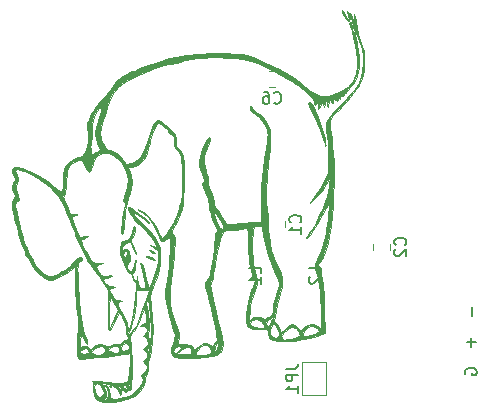
<source format=gbo>
%TF.GenerationSoftware,KiCad,Pcbnew,5.0.1*%
%TF.CreationDate,2019-01-10T14:59:40-06:00*%
%TF.ProjectId,PowerRDP,506F7765725244502E6B696361645F70,01*%
%TF.SameCoordinates,Original*%
%TF.FileFunction,Legend,Bot*%
%TF.FilePolarity,Positive*%
%FSLAX46Y46*%
G04 Gerber Fmt 4.6, Leading zero omitted, Abs format (unit mm)*
G04 Created by KiCad (PCBNEW 5.0.1) date Thu 10 Jan 2019 02:59:40 PM CST*
%MOMM*%
%LPD*%
G01*
G04 APERTURE LIST*
%ADD10C,0.200000*%
%ADD11C,0.120000*%
%ADD12C,0.010000*%
%ADD13C,0.150000*%
G04 APERTURE END LIST*
D10*
X160726428Y-72644047D02*
X160726428Y-73405952D01*
X161035952Y-75636428D02*
X160274047Y-75636428D01*
X160655000Y-76017380D02*
X160655000Y-75255476D01*
X160155000Y-78366904D02*
X160107380Y-78271666D01*
X160107380Y-78128809D01*
X160155000Y-77985952D01*
X160250238Y-77890714D01*
X160345476Y-77843095D01*
X160535952Y-77795476D01*
X160678809Y-77795476D01*
X160869285Y-77843095D01*
X160964523Y-77890714D01*
X161059761Y-77985952D01*
X161107380Y-78128809D01*
X161107380Y-78224047D01*
X161059761Y-78366904D01*
X161012142Y-78414523D01*
X160678809Y-78414523D01*
X160678809Y-78224047D01*
D11*
X143511748Y-52630000D02*
X144034252Y-52630000D01*
X143511748Y-54050000D02*
X144034252Y-54050000D01*
D12*
G36*
X147166483Y-55467126D02*
X147346583Y-55745828D01*
X147455002Y-55991973D01*
X147655805Y-56543601D01*
X147844378Y-57098336D01*
X148011143Y-57623513D01*
X148146521Y-58086465D01*
X148240935Y-58454524D01*
X148284805Y-58695025D01*
X148271211Y-58775600D01*
X148206344Y-58696207D01*
X148188279Y-58648600D01*
X147840232Y-57684127D01*
X147385456Y-56656169D01*
X147242658Y-56366243D01*
X147053711Y-55970681D01*
X146916258Y-55642166D01*
X146846442Y-55422018D01*
X146847096Y-55353836D01*
X146991092Y-55327125D01*
X147166483Y-55467126D01*
X147166483Y-55467126D01*
G37*
X147166483Y-55467126D02*
X147346583Y-55745828D01*
X147455002Y-55991973D01*
X147655805Y-56543601D01*
X147844378Y-57098336D01*
X148011143Y-57623513D01*
X148146521Y-58086465D01*
X148240935Y-58454524D01*
X148284805Y-58695025D01*
X148271211Y-58775600D01*
X148206344Y-58696207D01*
X148188279Y-58648600D01*
X147840232Y-57684127D01*
X147385456Y-56656169D01*
X147242658Y-56366243D01*
X147053711Y-55970681D01*
X146916258Y-55642166D01*
X146846442Y-55422018D01*
X146847096Y-55353836D01*
X146991092Y-55327125D01*
X147166483Y-55467126D01*
G36*
X148336000Y-58928000D02*
X148285200Y-58978800D01*
X148234400Y-58928000D01*
X148285200Y-58877200D01*
X148336000Y-58928000D01*
X148336000Y-58928000D01*
G37*
X148336000Y-58928000D02*
X148285200Y-58978800D01*
X148234400Y-58928000D01*
X148285200Y-58877200D01*
X148336000Y-58928000D01*
G36*
X130115733Y-79332666D02*
X130101786Y-79393067D01*
X130048000Y-79400400D01*
X129964371Y-79363226D01*
X129980266Y-79332666D01*
X130100842Y-79320507D01*
X130115733Y-79332666D01*
X130115733Y-79332666D01*
G37*
X130115733Y-79332666D02*
X130101786Y-79393067D01*
X130048000Y-79400400D01*
X129964371Y-79363226D01*
X129980266Y-79332666D01*
X130100842Y-79320507D01*
X130115733Y-79332666D01*
G36*
X133609150Y-67877006D02*
X133762381Y-67967168D01*
X133877592Y-68079969D01*
X133838883Y-68111104D01*
X133678574Y-68060170D01*
X133502400Y-67970400D01*
X133357235Y-67864575D01*
X133396919Y-67822011D01*
X133406781Y-67821600D01*
X133609150Y-67877006D01*
X133609150Y-67877006D01*
G37*
X133609150Y-67877006D02*
X133762381Y-67967168D01*
X133877592Y-68079969D01*
X133838883Y-68111104D01*
X133678574Y-68060170D01*
X133502400Y-67970400D01*
X133357235Y-67864575D01*
X133396919Y-67822011D01*
X133406781Y-67821600D01*
X133609150Y-67877006D01*
G36*
X133486984Y-68392351D02*
X133719744Y-68525819D01*
X133867697Y-68654347D01*
X133895060Y-68704186D01*
X133781481Y-68675232D01*
X133506610Y-68567383D01*
X133400800Y-68524190D01*
X133147637Y-68414057D01*
X133069675Y-68356075D01*
X133150823Y-68333849D01*
X133211744Y-68331525D01*
X133486984Y-68392351D01*
X133486984Y-68392351D01*
G37*
X133486984Y-68392351D02*
X133719744Y-68525819D01*
X133867697Y-68654347D01*
X133895060Y-68704186D01*
X133781481Y-68675232D01*
X133506610Y-68567383D01*
X133400800Y-68524190D01*
X133147637Y-68414057D01*
X133069675Y-68356075D01*
X133150823Y-68333849D01*
X133211744Y-68331525D01*
X133486984Y-68392351D01*
G36*
X132105400Y-65811798D02*
X132191638Y-65935928D01*
X132190666Y-66178327D01*
X132110548Y-66477785D01*
X131983659Y-66735628D01*
X131874823Y-66933189D01*
X131859388Y-67090542D01*
X131937653Y-67301806D01*
X131985776Y-67402877D01*
X132122913Y-67728496D01*
X132222785Y-68037866D01*
X132232410Y-68078848D01*
X132230868Y-68148082D01*
X132166677Y-68050324D01*
X132053487Y-67806917D01*
X132043315Y-67783180D01*
X131904339Y-67467200D01*
X131793472Y-67233200D01*
X131739612Y-67138946D01*
X131603992Y-67127284D01*
X131405541Y-67223896D01*
X131212350Y-67381655D01*
X131092515Y-67553434D01*
X131081831Y-67594187D01*
X131083609Y-67756170D01*
X131193555Y-67784694D01*
X131308903Y-67760404D01*
X131512083Y-67746093D01*
X131630953Y-67869946D01*
X131672072Y-67966383D01*
X131768559Y-68402376D01*
X131716060Y-68773338D01*
X131606679Y-68953412D01*
X131496167Y-69136062D01*
X131531760Y-69342603D01*
X131553701Y-69393212D01*
X131694657Y-69619658D01*
X131829115Y-69658141D01*
X131960679Y-69504772D01*
X132092953Y-69155664D01*
X132213213Y-68681600D01*
X132230738Y-68653163D01*
X132228054Y-68795191D01*
X132214141Y-68978574D01*
X132153069Y-69384126D01*
X132058436Y-69681944D01*
X131944841Y-69832076D01*
X131898625Y-69841978D01*
X131745911Y-69800437D01*
X131695897Y-69781677D01*
X131564378Y-69651090D01*
X131398167Y-69379117D01*
X131223320Y-69018275D01*
X131065898Y-68621085D01*
X130973616Y-68326000D01*
X130940968Y-68126182D01*
X131125263Y-68126182D01*
X131184228Y-68267665D01*
X131192433Y-68277158D01*
X131350600Y-68409699D01*
X131452117Y-68352716D01*
X131506022Y-68200752D01*
X131517851Y-67967632D01*
X131423806Y-67872297D01*
X131258830Y-67944171D01*
X131231622Y-67969691D01*
X131125263Y-68126182D01*
X130940968Y-68126182D01*
X130922894Y-68015571D01*
X130916121Y-67679749D01*
X130947676Y-67377177D01*
X131011935Y-67166497D01*
X131090816Y-67103654D01*
X131226159Y-67066015D01*
X131450163Y-66964794D01*
X131466733Y-66956295D01*
X131710687Y-66731527D01*
X131892193Y-66378148D01*
X131975887Y-65968931D01*
X131977833Y-65904533D01*
X132049588Y-65806877D01*
X132105400Y-65811798D01*
X132105400Y-65811798D01*
G37*
X132105400Y-65811798D02*
X132191638Y-65935928D01*
X132190666Y-66178327D01*
X132110548Y-66477785D01*
X131983659Y-66735628D01*
X131874823Y-66933189D01*
X131859388Y-67090542D01*
X131937653Y-67301806D01*
X131985776Y-67402877D01*
X132122913Y-67728496D01*
X132222785Y-68037866D01*
X132232410Y-68078848D01*
X132230868Y-68148082D01*
X132166677Y-68050324D01*
X132053487Y-67806917D01*
X132043315Y-67783180D01*
X131904339Y-67467200D01*
X131793472Y-67233200D01*
X131739612Y-67138946D01*
X131603992Y-67127284D01*
X131405541Y-67223896D01*
X131212350Y-67381655D01*
X131092515Y-67553434D01*
X131081831Y-67594187D01*
X131083609Y-67756170D01*
X131193555Y-67784694D01*
X131308903Y-67760404D01*
X131512083Y-67746093D01*
X131630953Y-67869946D01*
X131672072Y-67966383D01*
X131768559Y-68402376D01*
X131716060Y-68773338D01*
X131606679Y-68953412D01*
X131496167Y-69136062D01*
X131531760Y-69342603D01*
X131553701Y-69393212D01*
X131694657Y-69619658D01*
X131829115Y-69658141D01*
X131960679Y-69504772D01*
X132092953Y-69155664D01*
X132213213Y-68681600D01*
X132230738Y-68653163D01*
X132228054Y-68795191D01*
X132214141Y-68978574D01*
X132153069Y-69384126D01*
X132058436Y-69681944D01*
X131944841Y-69832076D01*
X131898625Y-69841978D01*
X131745911Y-69800437D01*
X131695897Y-69781677D01*
X131564378Y-69651090D01*
X131398167Y-69379117D01*
X131223320Y-69018275D01*
X131065898Y-68621085D01*
X130973616Y-68326000D01*
X130940968Y-68126182D01*
X131125263Y-68126182D01*
X131184228Y-68267665D01*
X131192433Y-68277158D01*
X131350600Y-68409699D01*
X131452117Y-68352716D01*
X131506022Y-68200752D01*
X131517851Y-67967632D01*
X131423806Y-67872297D01*
X131258830Y-67944171D01*
X131231622Y-67969691D01*
X131125263Y-68126182D01*
X130940968Y-68126182D01*
X130922894Y-68015571D01*
X130916121Y-67679749D01*
X130947676Y-67377177D01*
X131011935Y-67166497D01*
X131090816Y-67103654D01*
X131226159Y-67066015D01*
X131450163Y-66964794D01*
X131466733Y-66956295D01*
X131710687Y-66731527D01*
X131892193Y-66378148D01*
X131975887Y-65968931D01*
X131977833Y-65904533D01*
X132049588Y-65806877D01*
X132105400Y-65811798D01*
G36*
X131968986Y-70063700D02*
X132041218Y-70189182D01*
X132133192Y-70402615D01*
X132144564Y-70529762D01*
X132141593Y-70533472D01*
X132071497Y-70492357D01*
X131981378Y-70315034D01*
X131981242Y-70314676D01*
X131895929Y-70059667D01*
X131893181Y-69973211D01*
X131968986Y-70063700D01*
X131968986Y-70063700D01*
G37*
X131968986Y-70063700D02*
X132041218Y-70189182D01*
X132133192Y-70402615D01*
X132144564Y-70529762D01*
X132141593Y-70533472D01*
X132071497Y-70492357D01*
X131981378Y-70315034D01*
X131981242Y-70314676D01*
X131895929Y-70059667D01*
X131893181Y-69973211D01*
X131968986Y-70063700D01*
G36*
X149787064Y-47631438D02*
X149851652Y-47764865D01*
X150003351Y-48053622D01*
X150137494Y-48234531D01*
X150230326Y-48287437D01*
X150258091Y-48192180D01*
X150243396Y-48097300D01*
X150170567Y-47812402D01*
X150120047Y-47650400D01*
X150102517Y-47561178D01*
X150174927Y-47653197D01*
X150204982Y-47701200D01*
X150314914Y-47864581D01*
X150360751Y-47860940D01*
X150374225Y-47752000D01*
X150405232Y-47737227D01*
X150474528Y-47886988D01*
X150567852Y-48169525D01*
X150579511Y-48209200D01*
X150771372Y-48869600D01*
X150718586Y-48336200D01*
X150692422Y-47987029D01*
X150698922Y-47830389D01*
X150732633Y-47859219D01*
X150788101Y-48066455D01*
X150859873Y-48445037D01*
X150875494Y-48539400D01*
X151072805Y-49509486D01*
X151329607Y-50331091D01*
X151425431Y-50568136D01*
X151534319Y-50988906D01*
X151582957Y-51600363D01*
X151585721Y-51838136D01*
X151541549Y-52603939D01*
X151401521Y-53245355D01*
X151150152Y-53824629D01*
X151047763Y-54000400D01*
X150895195Y-54216028D01*
X150651644Y-54525039D01*
X150349117Y-54890499D01*
X150019619Y-55275476D01*
X149695155Y-55643036D01*
X149407730Y-55956247D01*
X149189351Y-56178175D01*
X149084397Y-56266049D01*
X148945048Y-56407715D01*
X148792925Y-56642979D01*
X148781196Y-56665211D01*
X148722467Y-56782710D01*
X148682639Y-56894038D01*
X148663181Y-57030133D01*
X148665564Y-57221934D01*
X148691258Y-57500381D01*
X148741732Y-57896412D01*
X148818456Y-58440966D01*
X148888701Y-58928000D01*
X148958106Y-59583821D01*
X148998371Y-60359078D01*
X149011510Y-61223680D01*
X148999539Y-62147534D01*
X148964470Y-63100549D01*
X148908319Y-64052632D01*
X148833100Y-64973692D01*
X148740827Y-65833638D01*
X148633514Y-66602376D01*
X148513177Y-67249815D01*
X148381828Y-67745864D01*
X148281991Y-67991577D01*
X148177590Y-68216464D01*
X148133431Y-68360647D01*
X148133425Y-68361115D01*
X148078857Y-68494111D01*
X147945607Y-68709240D01*
X147918572Y-68747886D01*
X147704344Y-69048741D01*
X147934044Y-69931970D01*
X148020337Y-70297596D01*
X148085522Y-70667272D01*
X148133615Y-71082824D01*
X148168634Y-71586078D01*
X148194595Y-72218860D01*
X148210764Y-72813144D01*
X148257784Y-74811089D01*
X147950969Y-74969749D01*
X147542683Y-75130040D01*
X146988058Y-75277073D01*
X146343931Y-75400579D01*
X145667141Y-75490288D01*
X145014526Y-75535932D01*
X144796822Y-75539600D01*
X144256554Y-75527006D01*
X143883363Y-75477097D01*
X143642031Y-75371682D01*
X143497336Y-75192568D01*
X143414059Y-74921563D01*
X143395134Y-74815601D01*
X143393688Y-74806648D01*
X143577298Y-74806648D01*
X143592507Y-74964639D01*
X143708341Y-75093761D01*
X143770182Y-75142897D01*
X144045574Y-75294683D01*
X144238223Y-75264754D01*
X144305505Y-75126791D01*
X144576800Y-75126791D01*
X144614267Y-75308343D01*
X144693849Y-75429032D01*
X144720733Y-75437411D01*
X144816577Y-75422138D01*
X145056783Y-75383089D01*
X145324062Y-75339402D01*
X145763044Y-75251200D01*
X146022356Y-75149238D01*
X146125444Y-75013827D01*
X146125192Y-75012223D01*
X146356735Y-75012223D01*
X146371700Y-75058945D01*
X146504696Y-75103331D01*
X146768051Y-75088798D01*
X147100369Y-75023649D01*
X147440249Y-74916187D01*
X147447000Y-74913546D01*
X147647062Y-74793099D01*
X147726400Y-74666016D01*
X147637087Y-74482623D01*
X147418300Y-74336592D01*
X147143763Y-74265477D01*
X146965491Y-74278404D01*
X146758006Y-74391956D01*
X146555840Y-74593576D01*
X146406310Y-74821065D01*
X146356735Y-75012223D01*
X146125192Y-75012223D01*
X146095753Y-74825281D01*
X146051081Y-74728892D01*
X145814051Y-74435195D01*
X145493191Y-74322383D01*
X145435625Y-74320400D01*
X145253491Y-74391668D01*
X145016597Y-74567594D01*
X144785453Y-74791361D01*
X144620573Y-75006152D01*
X144576800Y-75126791D01*
X144305505Y-75126791D01*
X144340377Y-75055286D01*
X144350438Y-74979967D01*
X144325013Y-74739489D01*
X144231725Y-74470495D01*
X144101455Y-74231370D01*
X143965086Y-74080501D01*
X143866835Y-74065636D01*
X143779152Y-74193535D01*
X143677366Y-74440832D01*
X143645982Y-74538332D01*
X143577298Y-74806648D01*
X143393688Y-74806648D01*
X143339755Y-74472800D01*
X142659971Y-74505655D01*
X142187927Y-74501769D01*
X141874343Y-74416333D01*
X141691000Y-74219973D01*
X141657420Y-74080956D01*
X141936095Y-74080956D01*
X142036437Y-74241924D01*
X142323706Y-74352054D01*
X142792049Y-74407338D01*
X142810110Y-74408163D01*
X143026147Y-74399791D01*
X143093724Y-74315645D01*
X143077107Y-74165073D01*
X143046138Y-74102829D01*
X143256108Y-74102829D01*
X143328310Y-74257243D01*
X143428845Y-74238885D01*
X143573225Y-74096863D01*
X143713809Y-73888952D01*
X143799839Y-73685400D01*
X143821081Y-73543748D01*
X143754599Y-73526742D01*
X143566352Y-73632790D01*
X143506425Y-73671685D01*
X143310979Y-73875539D01*
X143256108Y-74102829D01*
X143046138Y-74102829D01*
X142937361Y-73884201D01*
X142687574Y-73716117D01*
X142391914Y-73678687D01*
X142114554Y-73789775D01*
X142028536Y-73873157D01*
X141936095Y-74080956D01*
X141657420Y-74080956D01*
X141609678Y-73883316D01*
X141605995Y-73672222D01*
X141860579Y-73672222D01*
X141889540Y-73755431D01*
X141954468Y-73734667D01*
X142010679Y-73688416D01*
X142258480Y-73528699D01*
X142422774Y-73460391D01*
X142728147Y-73466991D01*
X142900053Y-73548830D01*
X143070915Y-73640976D01*
X143219756Y-73636310D01*
X143430100Y-73525400D01*
X143500378Y-73481055D01*
X143736251Y-73301106D01*
X143838821Y-73107299D01*
X143861313Y-72847200D01*
X143894174Y-72554092D01*
X143977201Y-72148081D01*
X144093753Y-71708166D01*
X144118089Y-71628000D01*
X144262749Y-71139465D01*
X144341336Y-70792492D01*
X144357277Y-70537694D01*
X144314001Y-70325687D01*
X144222654Y-70121795D01*
X143964574Y-69575449D01*
X143707716Y-68940554D01*
X143466651Y-68263324D01*
X143255949Y-67589969D01*
X143090182Y-66966703D01*
X142983920Y-66439736D01*
X142951200Y-66089341D01*
X142930819Y-65884592D01*
X142828414Y-65801317D01*
X142600203Y-65786000D01*
X142366591Y-65804654D01*
X142249820Y-65900224D01*
X142183939Y-66132115D01*
X142177250Y-66167000D01*
X142143047Y-66470455D01*
X142120688Y-66915444D01*
X142110288Y-67440639D01*
X142111964Y-67984714D01*
X142125833Y-68486340D01*
X142152010Y-68884190D01*
X142171808Y-69037200D01*
X142305606Y-69644836D01*
X142498593Y-70331081D01*
X142522338Y-70589576D01*
X142490106Y-70737481D01*
X142407638Y-70941302D01*
X142380247Y-71018400D01*
X142330883Y-71163052D01*
X142235901Y-71434160D01*
X142141850Y-71699826D01*
X142029064Y-72107358D01*
X141935567Y-72606367D01*
X141883937Y-73062424D01*
X141860929Y-73452175D01*
X141860579Y-73672222D01*
X141605995Y-73672222D01*
X141601309Y-73403722D01*
X141669497Y-72653093D01*
X141818209Y-71890601D01*
X142028622Y-71202199D01*
X142143124Y-70929445D01*
X142266193Y-70642547D01*
X142299285Y-70452026D01*
X142249394Y-70275687D01*
X142206221Y-70187716D01*
X142078756Y-69874085D01*
X141988356Y-69544025D01*
X141924094Y-69210339D01*
X141849761Y-68824201D01*
X141832094Y-68732400D01*
X141796006Y-68444133D01*
X141765923Y-68014868D01*
X141745363Y-67506794D01*
X141738056Y-67070529D01*
X141732732Y-66558474D01*
X141719773Y-66218602D01*
X141694520Y-66019919D01*
X141652314Y-65931431D01*
X141588496Y-65922143D01*
X141566518Y-65929360D01*
X141119950Y-66066603D01*
X140660107Y-66152895D01*
X140272058Y-66173893D01*
X140174490Y-66164087D01*
X139885482Y-66152154D01*
X139667807Y-66240554D01*
X139502713Y-66454480D01*
X139371450Y-66819126D01*
X139255268Y-67359685D01*
X139246007Y-67411600D01*
X139150771Y-67937249D01*
X139047379Y-68485704D01*
X138954188Y-68960139D01*
X138930652Y-69075062D01*
X138856950Y-69461402D01*
X138804732Y-69795350D01*
X138785600Y-69999253D01*
X138740407Y-70247650D01*
X138631316Y-70534388D01*
X138627624Y-70541851D01*
X138528616Y-70842970D01*
X138568063Y-71042412D01*
X138624821Y-71212463D01*
X138704399Y-71534908D01*
X138795773Y-71961777D01*
X138878690Y-72393978D01*
X138993722Y-72980960D01*
X139130591Y-73610411D01*
X139268445Y-74188981D01*
X139343388Y-74474426D01*
X139520723Y-75222886D01*
X139591469Y-75804124D01*
X139555799Y-76223814D01*
X139413886Y-76487628D01*
X139404807Y-76496105D01*
X139106748Y-76686617D01*
X138681223Y-76824289D01*
X138107931Y-76912880D01*
X137366571Y-76956152D01*
X136889852Y-76962000D01*
X136332789Y-76959298D01*
X135941661Y-76947933D01*
X135679241Y-76923017D01*
X135508300Y-76879662D01*
X135391609Y-76812979D01*
X135329517Y-76757117D01*
X135269854Y-76659319D01*
X137314145Y-76659319D01*
X137318980Y-76667847D01*
X137452755Y-76717574D01*
X137722785Y-76722810D01*
X138067964Y-76687423D01*
X138427184Y-76615282D01*
X138510445Y-76592418D01*
X138639561Y-76492556D01*
X138625011Y-76318805D01*
X138611039Y-76289334D01*
X138900259Y-76289334D01*
X138958975Y-76341904D01*
X138999861Y-76332421D01*
X139103953Y-76209144D01*
X139170307Y-75969868D01*
X139173843Y-75938175D01*
X139168315Y-75725595D01*
X139110583Y-75686785D01*
X139024623Y-75807134D01*
X138934410Y-76072033D01*
X138930850Y-76086246D01*
X138900259Y-76289334D01*
X138611039Y-76289334D01*
X138475133Y-76002686D01*
X138280337Y-75852748D01*
X138219140Y-75844400D01*
X137962316Y-75906306D01*
X137695346Y-76062715D01*
X137466287Y-76269663D01*
X137323200Y-76483186D01*
X137314145Y-76659319D01*
X135269854Y-76659319D01*
X135186073Y-76521989D01*
X135187287Y-76363547D01*
X135431921Y-76363547D01*
X135496953Y-76526407D01*
X135610600Y-76587164D01*
X135807550Y-76614887D01*
X136125516Y-76636872D01*
X136372600Y-76645414D01*
X136701730Y-76645989D01*
X136876433Y-76617938D01*
X136945257Y-76542165D01*
X136956800Y-76415640D01*
X136894360Y-76132555D01*
X136722557Y-76005395D01*
X136464664Y-76036144D01*
X136143954Y-76226788D01*
X136017000Y-76335502D01*
X135840254Y-76474230D01*
X135743694Y-76502271D01*
X135737600Y-76485448D01*
X135807925Y-76336057D01*
X135890000Y-76250800D01*
X136028636Y-76081669D01*
X135991180Y-75971826D01*
X135859520Y-75946000D01*
X135636775Y-76012631D01*
X135486385Y-76172051D01*
X135431921Y-76363547D01*
X135187287Y-76363547D01*
X135188353Y-76224646D01*
X135337899Y-75829779D01*
X135373047Y-75760111D01*
X135500278Y-75413064D01*
X135518530Y-75036345D01*
X135426064Y-74575720D01*
X135324946Y-74259970D01*
X135210822Y-73890533D01*
X135079988Y-73401782D01*
X134953371Y-72874085D01*
X134898368Y-72621636D01*
X134805830Y-72167500D01*
X134750817Y-71828822D01*
X134732347Y-71539645D01*
X134749437Y-71234015D01*
X134801103Y-70845974D01*
X134865809Y-70437236D01*
X134949552Y-69857961D01*
X135023150Y-69237291D01*
X135083670Y-68614656D01*
X135128182Y-68029490D01*
X135153754Y-67521223D01*
X135157455Y-67129289D01*
X135136354Y-66893120D01*
X135130746Y-66873201D01*
X135074989Y-66757869D01*
X134987131Y-66771274D01*
X134828962Y-66898601D01*
X134619741Y-67056268D01*
X134459346Y-67096148D01*
X134321617Y-66999150D01*
X134180391Y-66746179D01*
X134009506Y-66318142D01*
X134000529Y-66294000D01*
X133682189Y-65639860D01*
X133257943Y-65068168D01*
X132770137Y-64633928D01*
X132675059Y-64572290D01*
X132462376Y-64427083D01*
X132425526Y-64368039D01*
X132552801Y-64403098D01*
X132770845Y-64507331D01*
X133227151Y-64844658D01*
X133651004Y-65345840D01*
X134012246Y-65971544D01*
X134160191Y-66319400D01*
X134275239Y-66593550D01*
X134369930Y-66767327D01*
X134405203Y-66799740D01*
X134620100Y-66699053D01*
X134878340Y-66424395D01*
X135164890Y-65996433D01*
X135464717Y-65435828D01*
X135586206Y-65176400D01*
X135723757Y-64877658D01*
X135845653Y-64622260D01*
X135855737Y-64601887D01*
X135915562Y-64390686D01*
X135897761Y-64274557D01*
X135899338Y-64119655D01*
X135991387Y-63920983D01*
X136064017Y-63779935D01*
X136110168Y-63595814D01*
X136133275Y-63328748D01*
X136136777Y-62938863D01*
X136124108Y-62386289D01*
X136123990Y-62382400D01*
X136123543Y-62139235D01*
X136130990Y-61832931D01*
X136131340Y-61823600D01*
X136142946Y-61229750D01*
X136133543Y-60679991D01*
X136105427Y-60216803D01*
X136060894Y-59882669D01*
X136018937Y-59743885D01*
X135879769Y-59524961D01*
X135685413Y-59267208D01*
X135665365Y-59242869D01*
X135500905Y-58993646D01*
X135463743Y-58740199D01*
X135486050Y-58557897D01*
X135514656Y-58297510D01*
X135463936Y-58160591D01*
X135304758Y-58073702D01*
X135292028Y-58068821D01*
X135061062Y-57893114D01*
X134966966Y-57710573D01*
X134876838Y-57528008D01*
X134773220Y-57478380D01*
X134623140Y-57426579D01*
X134453601Y-57270783D01*
X134244014Y-57103350D01*
X134095094Y-57100252D01*
X133937814Y-57250004D01*
X133768785Y-57560219D01*
X133604823Y-57990178D01*
X133462747Y-58499159D01*
X133405124Y-58770810D01*
X133305691Y-59193323D01*
X133178040Y-59602993D01*
X133083083Y-59837610D01*
X132838376Y-60208565D01*
X132511186Y-60523738D01*
X132158036Y-60738095D01*
X131865623Y-60807600D01*
X131582368Y-60807599D01*
X131743813Y-61188600D01*
X131854041Y-61596653D01*
X131895776Y-62082765D01*
X131868768Y-62562136D01*
X131772771Y-62949964D01*
X131749126Y-63001574D01*
X131606099Y-63375008D01*
X131472517Y-63882835D01*
X131361914Y-64456290D01*
X131287827Y-65026608D01*
X131263599Y-65468262D01*
X131242233Y-65855626D01*
X131190209Y-66190765D01*
X131129020Y-66377682D01*
X131068006Y-66465387D01*
X131033471Y-66439629D01*
X131021971Y-66274827D01*
X131030058Y-65945399D01*
X131040074Y-65717282D01*
X131076995Y-65234643D01*
X131137094Y-64760834D01*
X131208800Y-64383021D01*
X131225696Y-64318945D01*
X131303391Y-64002323D01*
X131307079Y-63824651D01*
X131243441Y-63739316D01*
X131172623Y-63642292D01*
X131202647Y-63459825D01*
X131252122Y-63326771D01*
X131497390Y-62519925D01*
X131553763Y-61783543D01*
X131420115Y-61110414D01*
X131095320Y-60493328D01*
X130745539Y-60082739D01*
X130313407Y-59755205D01*
X129865148Y-59594007D01*
X129434354Y-59592634D01*
X129054617Y-59744574D01*
X128759526Y-60043316D01*
X128582674Y-60482349D01*
X128578522Y-60502800D01*
X128477466Y-60934293D01*
X128374779Y-61166640D01*
X128258199Y-61203616D01*
X128115464Y-61048997D01*
X127934311Y-60706558D01*
X127932094Y-60701835D01*
X127756248Y-60379546D01*
X127582049Y-60231352D01*
X127353780Y-60236411D01*
X127033145Y-60365587D01*
X126741058Y-60536332D01*
X126547464Y-60747265D01*
X126433866Y-61041125D01*
X126381769Y-61460655D01*
X126371927Y-61893569D01*
X126348288Y-62504387D01*
X126276431Y-62928271D01*
X126216266Y-63084828D01*
X126119912Y-63325692D01*
X126142617Y-63505741D01*
X126190950Y-63594561D01*
X126300694Y-63811188D01*
X126434280Y-64129225D01*
X126502731Y-64312039D01*
X126618325Y-64608173D01*
X126723105Y-64757282D01*
X126866325Y-64806460D01*
X127019882Y-64806473D01*
X127237369Y-64801110D01*
X127267089Y-64823931D01*
X127124212Y-64892787D01*
X127101600Y-64902638D01*
X126906386Y-64988567D01*
X126821741Y-65027490D01*
X126830051Y-65127868D01*
X126898996Y-65362056D01*
X127009048Y-65677146D01*
X127140676Y-66020232D01*
X127274349Y-66338405D01*
X127390538Y-66578758D01*
X127401771Y-66598800D01*
X127544073Y-66710608D01*
X127625545Y-66711912D01*
X127829197Y-66663011D01*
X128016000Y-66625059D01*
X128190768Y-66598870D01*
X128180170Y-66640940D01*
X128066800Y-66728333D01*
X127841414Y-66862741D01*
X127700078Y-66916786D01*
X127607585Y-66959549D01*
X127602040Y-67061275D01*
X127686548Y-67275234D01*
X127725974Y-67360800D01*
X127942037Y-67793115D01*
X128172903Y-68204391D01*
X128390319Y-68548573D01*
X128566033Y-68779605D01*
X128634324Y-68841542D01*
X128830589Y-68906921D01*
X129112486Y-68942422D01*
X129133600Y-68943207D01*
X129489200Y-68953926D01*
X129159000Y-69049268D01*
X128924512Y-69144291D01*
X128846629Y-69273491D01*
X128921460Y-69475134D01*
X129091078Y-69717483D01*
X129269723Y-69927831D01*
X129433927Y-70017713D01*
X129671976Y-70022186D01*
X129819114Y-70006571D01*
X130115547Y-69981249D01*
X130215823Y-69999513D01*
X130119704Y-70063538D01*
X129826953Y-70175497D01*
X129799633Y-70184998D01*
X129414136Y-70318460D01*
X129664188Y-70609163D01*
X129943989Y-70838250D01*
X130239117Y-70899866D01*
X130438147Y-70918790D01*
X130447642Y-70972703D01*
X130432997Y-70982977D01*
X130216048Y-71058913D01*
X130129384Y-71067644D01*
X130026275Y-71085443D01*
X130012387Y-71171120D01*
X130085660Y-71377100D01*
X130114490Y-71446681D01*
X130329624Y-71828619D01*
X130596872Y-72036487D01*
X130860800Y-72095804D01*
X131031644Y-72111303D01*
X131006338Y-72132263D01*
X130886043Y-72156923D01*
X130726265Y-72223157D01*
X130702670Y-72376274D01*
X130722180Y-72473286D01*
X130809426Y-72705073D01*
X130969529Y-73028513D01*
X131126756Y-73304400D01*
X131319840Y-73657534D01*
X131470205Y-73996814D01*
X131532616Y-74196880D01*
X131585021Y-74409538D01*
X131641229Y-74446805D01*
X131723443Y-74349280D01*
X131825914Y-74108310D01*
X131929971Y-73698763D01*
X132030067Y-73155137D01*
X132120655Y-72511931D01*
X132196188Y-71803642D01*
X132250862Y-71069200D01*
X132283060Y-70542883D01*
X132308917Y-70205791D01*
X132330816Y-70044131D01*
X132351141Y-70044117D01*
X132372274Y-70191957D01*
X132382878Y-70305296D01*
X132421747Y-70649907D01*
X132480078Y-70847510D01*
X132584142Y-70954184D01*
X132713017Y-71010012D01*
X132933466Y-71059437D01*
X133056878Y-71040587D01*
X133061311Y-70922369D01*
X133024311Y-70660969D01*
X132957289Y-70309413D01*
X132871651Y-69920730D01*
X132778807Y-69547947D01*
X132690166Y-69244090D01*
X132642249Y-69113400D01*
X132622508Y-68966250D01*
X132669273Y-68935600D01*
X132734171Y-68986050D01*
X132816328Y-69151390D01*
X132923232Y-69452599D01*
X133062373Y-69910656D01*
X133230955Y-70509176D01*
X133370576Y-71015953D01*
X133526810Y-70712376D01*
X133700211Y-70307419D01*
X133867730Y-69802326D01*
X134006742Y-69277788D01*
X134094621Y-68814496D01*
X134112662Y-68623058D01*
X134124221Y-68158999D01*
X134112197Y-67876335D01*
X134074699Y-67754425D01*
X134032959Y-67753257D01*
X133906709Y-67731398D01*
X133710532Y-67611214D01*
X133702759Y-67605171D01*
X133451600Y-67408236D01*
X133731000Y-67509003D01*
X133933522Y-67569651D01*
X133996629Y-67530995D01*
X133935423Y-67362118D01*
X133867895Y-67228754D01*
X133529878Y-66714164D01*
X133042156Y-66164507D01*
X132591400Y-65747518D01*
X132198854Y-65370603D01*
X131878002Y-64982208D01*
X131659821Y-64625291D01*
X131575285Y-64342811D01*
X131575170Y-64338200D01*
X131619871Y-64187674D01*
X131767479Y-64194178D01*
X132026030Y-64359719D01*
X132185331Y-64490600D01*
X132522987Y-64762987D01*
X132891082Y-65034734D01*
X132985045Y-65099234D01*
X133226810Y-65283725D01*
X133376746Y-65441612D01*
X133400800Y-65497944D01*
X133338651Y-65525753D01*
X133184524Y-65424583D01*
X133172200Y-65413719D01*
X132955529Y-65240311D01*
X132651523Y-65020587D01*
X132461000Y-64891447D01*
X132163166Y-64716571D01*
X132006020Y-64669030D01*
X131984938Y-64734123D01*
X132095296Y-64897147D01*
X132332471Y-65143400D01*
X132620644Y-65399056D01*
X133290473Y-66028789D01*
X133815759Y-66665197D01*
X134133952Y-67199145D01*
X134257716Y-67628428D01*
X134302611Y-68190259D01*
X134274546Y-68832516D01*
X134179429Y-69503077D01*
X134023170Y-70149820D01*
X133811677Y-70720623D01*
X133712495Y-70916800D01*
X133607583Y-71106637D01*
X133533200Y-71266735D01*
X133487682Y-71432305D01*
X133469365Y-71638562D01*
X133476582Y-71920718D01*
X133507670Y-72313987D01*
X133560964Y-72853583D01*
X133602021Y-73253600D01*
X133645011Y-73794294D01*
X133667531Y-74340940D01*
X133667216Y-74813990D01*
X133654879Y-75031600D01*
X133592739Y-75682677D01*
X133543127Y-76162586D01*
X133501577Y-76502648D01*
X133463625Y-76734184D01*
X133424806Y-76888515D01*
X133380655Y-76996960D01*
X133372451Y-77012800D01*
X133309226Y-77240948D01*
X133284558Y-77559806D01*
X133286886Y-77656600D01*
X133276052Y-77960873D01*
X133221660Y-78190028D01*
X133195703Y-78234285D01*
X133107993Y-78426345D01*
X133051101Y-78704151D01*
X133049561Y-78719668D01*
X132905401Y-79215297D01*
X132568563Y-79723878D01*
X132390770Y-79918373D01*
X132137745Y-80145509D01*
X131867155Y-80309091D01*
X131522142Y-80434120D01*
X131045849Y-80545598D01*
X130898821Y-80574430D01*
X130302379Y-80672329D01*
X129839600Y-80705569D01*
X129451931Y-80675380D01*
X129171460Y-80610760D01*
X128886307Y-80445012D01*
X128700504Y-80132261D01*
X128605731Y-79655639D01*
X128592130Y-79436076D01*
X128591381Y-79414751D01*
X128724107Y-79414751D01*
X128770839Y-79765789D01*
X128840691Y-80000439D01*
X128949039Y-80224992D01*
X129097609Y-80299486D01*
X129221691Y-80295001D01*
X129420894Y-80229600D01*
X129506077Y-80053235D01*
X129519546Y-79953789D01*
X129477860Y-79649756D01*
X129326725Y-79361869D01*
X129291402Y-79328031D01*
X129551872Y-79328031D01*
X129586599Y-79459933D01*
X129711468Y-79879432D01*
X129687589Y-80207642D01*
X129641401Y-80315170D01*
X129571409Y-80476375D01*
X129618428Y-80507066D01*
X129651594Y-80497735D01*
X129771366Y-80376100D01*
X129858464Y-80171495D01*
X129879305Y-79839694D01*
X129790077Y-79531057D01*
X129630601Y-79342802D01*
X129551872Y-79328031D01*
X129291402Y-79328031D01*
X129112140Y-79156310D01*
X128923025Y-79095600D01*
X128775804Y-79180710D01*
X128724107Y-79414751D01*
X128591381Y-79414751D01*
X128577453Y-79018641D01*
X129250590Y-79018641D01*
X129284680Y-79082561D01*
X129331787Y-79140360D01*
X129490545Y-79242015D01*
X129575135Y-79239952D01*
X129709655Y-79283906D01*
X129854244Y-79467374D01*
X129976359Y-79731190D01*
X130043458Y-80016184D01*
X130048000Y-80099677D01*
X130058995Y-80287714D01*
X130127814Y-80377882D01*
X130308208Y-80403827D01*
X130530600Y-80401773D01*
X130913259Y-80371976D01*
X131279263Y-80310093D01*
X131368800Y-80286958D01*
X131848463Y-80065304D01*
X132307095Y-79713861D01*
X132604351Y-79377436D01*
X132757608Y-79077181D01*
X132812974Y-78781446D01*
X132763164Y-78556112D01*
X132702081Y-78493713D01*
X132692213Y-78392593D01*
X132857078Y-78224690D01*
X132901227Y-78191034D01*
X133108379Y-78005873D01*
X133169983Y-77832093D01*
X133149885Y-77689165D01*
X133045861Y-77441693D01*
X132931027Y-77301272D01*
X132837559Y-77201409D01*
X132925409Y-77137192D01*
X132976172Y-77120185D01*
X133167735Y-76971127D01*
X133229936Y-76735973D01*
X133155468Y-76491087D01*
X133047456Y-76375195D01*
X132821924Y-76205076D01*
X132840348Y-76190583D01*
X133150248Y-76190583D01*
X133208787Y-76315080D01*
X133333551Y-76437739D01*
X133389105Y-76390195D01*
X133400800Y-76187559D01*
X133383828Y-76008652D01*
X133310575Y-76001369D01*
X133247147Y-76048639D01*
X133150248Y-76190583D01*
X132840348Y-76190583D01*
X133060562Y-76017364D01*
X133232256Y-75828406D01*
X133264494Y-75742800D01*
X133400800Y-75742800D01*
X133437973Y-75826428D01*
X133468533Y-75810533D01*
X133480692Y-75689957D01*
X133468533Y-75675066D01*
X133408132Y-75689013D01*
X133400800Y-75742800D01*
X133264494Y-75742800D01*
X133295968Y-75659225D01*
X133229573Y-75431282D01*
X133080362Y-75228131D01*
X132911216Y-75133589D01*
X132901333Y-75133200D01*
X132886641Y-75077958D01*
X133004445Y-74941408D01*
X133045978Y-74904302D01*
X133229663Y-74669155D01*
X133228157Y-74466412D01*
X133049224Y-74330493D01*
X132909601Y-74299904D01*
X132638800Y-74267570D01*
X132892800Y-74116185D01*
X133028802Y-74020248D01*
X133098912Y-73901405D01*
X133117141Y-73702674D01*
X133097498Y-73367073D01*
X133092397Y-73304400D01*
X133054924Y-72957771D01*
X133013757Y-72802792D01*
X132965478Y-72827914D01*
X132957133Y-72847200D01*
X132715358Y-73443704D01*
X132523673Y-73885928D01*
X132363588Y-74210868D01*
X132216613Y-74455522D01*
X132064258Y-74656887D01*
X132036362Y-74689627D01*
X131837354Y-74942726D01*
X131757293Y-75137245D01*
X131768412Y-75355195D01*
X131784510Y-75433511D01*
X131818015Y-75668757D01*
X131847311Y-76030012D01*
X131871598Y-76478343D01*
X131890081Y-76974818D01*
X131901961Y-77480505D01*
X131906441Y-77956471D01*
X131902723Y-78363784D01*
X131890011Y-78663512D01*
X131867506Y-78816721D01*
X131854026Y-78827525D01*
X131816166Y-78881831D01*
X131821345Y-79079872D01*
X131834548Y-79176962D01*
X131852372Y-79483336D01*
X131791729Y-79643822D01*
X131786144Y-79647635D01*
X131685465Y-79637673D01*
X131673600Y-79586989D01*
X131626600Y-79563728D01*
X131512885Y-79686325D01*
X131506767Y-79694973D01*
X131380053Y-79850117D01*
X131299235Y-79844970D01*
X131246522Y-79766243D01*
X131121950Y-79652567D01*
X131011783Y-79714328D01*
X130958803Y-79925751D01*
X130958423Y-79939796D01*
X130944784Y-80063687D01*
X130897218Y-80019826D01*
X130821591Y-79857560D01*
X130683722Y-79598900D01*
X130505383Y-79420139D01*
X130321502Y-79327089D01*
X130710975Y-79327089D01*
X130749498Y-79446743D01*
X130782778Y-79502000D01*
X130890472Y-79658964D01*
X130936039Y-79705200D01*
X130957498Y-79619662D01*
X130962400Y-79502000D01*
X130898466Y-79336171D01*
X130867113Y-79323054D01*
X131137772Y-79323054D01*
X131189028Y-79439241D01*
X131248763Y-79512265D01*
X131395283Y-79618297D01*
X131468625Y-79555150D01*
X131434945Y-79353001D01*
X131433029Y-79347961D01*
X131307363Y-79248611D01*
X131227999Y-79257607D01*
X131137772Y-79323054D01*
X130867113Y-79323054D01*
X130809139Y-79298800D01*
X130710975Y-79327089D01*
X130321502Y-79327089D01*
X130231804Y-79281699D01*
X129870471Y-79162917D01*
X131523489Y-79162917D01*
X131535258Y-79248000D01*
X131634986Y-79382445D01*
X131684470Y-79400400D01*
X131765013Y-79317948D01*
X131775200Y-79248000D01*
X131695505Y-79113264D01*
X131625988Y-79095600D01*
X131523489Y-79162917D01*
X129870471Y-79162917D01*
X129851759Y-79156766D01*
X129500840Y-79054694D01*
X129311547Y-79009002D01*
X129250590Y-79018641D01*
X128577453Y-79018641D01*
X128574800Y-78943200D01*
X128930834Y-78913155D01*
X129228793Y-78920280D01*
X129619945Y-78970395D01*
X129896034Y-79025087D01*
X130444061Y-79105775D01*
X130956935Y-79096258D01*
X131371053Y-78999811D01*
X131485770Y-78943200D01*
X131564366Y-78855014D01*
X131623042Y-78677877D01*
X131668052Y-78378240D01*
X131705649Y-77922558D01*
X131720212Y-77685638D01*
X131786884Y-76529677D01*
X131501642Y-76597265D01*
X131163831Y-76661737D01*
X130689167Y-76732563D01*
X130143489Y-76801742D01*
X129592636Y-76861272D01*
X129102449Y-76903153D01*
X128879600Y-76915890D01*
X128457069Y-76943398D01*
X128040519Y-76986198D01*
X127840483Y-77015020D01*
X127566815Y-77050978D01*
X127420620Y-77015686D01*
X127330708Y-76880595D01*
X127296360Y-76796820D01*
X127248385Y-76586441D01*
X127237253Y-76374830D01*
X127482934Y-76374830D01*
X127522041Y-76465135D01*
X127591753Y-76521291D01*
X127894729Y-76646185D01*
X128197708Y-76570973D01*
X128212666Y-76561787D01*
X128267071Y-76502069D01*
X128401704Y-76502069D01*
X128691452Y-76625852D01*
X128974195Y-76729778D01*
X129168683Y-76733988D01*
X129365712Y-76634843D01*
X129421574Y-76596589D01*
X129601463Y-76380199D01*
X129613885Y-76280534D01*
X129818797Y-76280534D01*
X130060398Y-76414467D01*
X130390649Y-76537941D01*
X130652329Y-76521658D01*
X130804262Y-76368979D01*
X130809711Y-76353309D01*
X130835042Y-76141948D01*
X130821038Y-76088495D01*
X131000513Y-76088495D01*
X131027258Y-76200000D01*
X131171674Y-76338515D01*
X131438567Y-76316617D01*
X131512890Y-76290729D01*
X131657362Y-76153909D01*
X131671767Y-75958347D01*
X131582351Y-75775135D01*
X131415359Y-75675365D01*
X131289270Y-75684995D01*
X131064666Y-75842585D01*
X131000513Y-76088495D01*
X130821038Y-76088495D01*
X130810561Y-76048509D01*
X130647687Y-75956803D01*
X130389497Y-75969007D01*
X130111279Y-76078645D01*
X130057605Y-76113267D01*
X129818797Y-76280534D01*
X129613885Y-76280534D01*
X129621980Y-76215589D01*
X129513707Y-76058274D01*
X129289305Y-75993777D01*
X129011892Y-76019199D01*
X128744581Y-76131637D01*
X128595470Y-76262777D01*
X128401704Y-76502069D01*
X128267071Y-76502069D01*
X128305548Y-76459836D01*
X128234892Y-76320626D01*
X128225626Y-76309343D01*
X128006718Y-76162976D01*
X127736398Y-76205219D01*
X127615774Y-76270522D01*
X127482934Y-76374830D01*
X127237253Y-76374830D01*
X127231182Y-76259431D01*
X127244546Y-75787124D01*
X127284880Y-75184000D01*
X127327869Y-74520109D01*
X127338452Y-73993577D01*
X127315599Y-73540997D01*
X127258278Y-73098964D01*
X127250186Y-73050400D01*
X127198802Y-72641403D01*
X127155279Y-72094643D01*
X127123637Y-71475518D01*
X127107898Y-70849428D01*
X127106983Y-70721289D01*
X127101599Y-69204979D01*
X126871947Y-69420727D01*
X126616456Y-69614665D01*
X126256691Y-69831622D01*
X125850856Y-70042753D01*
X125457151Y-70219217D01*
X125133781Y-70332168D01*
X124980632Y-70358000D01*
X124646534Y-70272249D01*
X124268680Y-70040664D01*
X123888823Y-69701745D01*
X123548710Y-69293993D01*
X123290092Y-68855909D01*
X123249038Y-68761168D01*
X123118258Y-68502048D01*
X122981913Y-68322134D01*
X122975869Y-68316928D01*
X122861115Y-68126164D01*
X122834400Y-67970400D01*
X122770407Y-67730949D01*
X122682000Y-67614800D01*
X122566126Y-67422488D01*
X122529600Y-67215378D01*
X122473810Y-66929167D01*
X122380431Y-66745218D01*
X122273231Y-66503803D01*
X122228031Y-66211120D01*
X122188693Y-65901510D01*
X122103626Y-65652320D01*
X122010878Y-65413459D01*
X121925589Y-65084695D01*
X121904273Y-64973200D01*
X121839079Y-64605083D01*
X121774179Y-64258201D01*
X121759886Y-64185608D01*
X121760513Y-64129477D01*
X121994430Y-64129477D01*
X122023913Y-64211200D01*
X122091597Y-64378053D01*
X122181320Y-64725868D01*
X122288430Y-65234166D01*
X122408274Y-65882469D01*
X122423301Y-65968766D01*
X122495861Y-66265971D01*
X122586240Y-66482742D01*
X122615846Y-66522486D01*
X122705653Y-66708036D01*
X122732800Y-66904501D01*
X122790360Y-67189420D01*
X122881968Y-67366781D01*
X123001353Y-67583263D01*
X123034368Y-67718215D01*
X123090624Y-67893066D01*
X123227927Y-68147752D01*
X123291600Y-68246224D01*
X123447007Y-68499706D01*
X123536789Y-68694122D01*
X123545600Y-68737789D01*
X123616203Y-68916404D01*
X123797618Y-69171966D01*
X124044255Y-69451695D01*
X124310523Y-69702815D01*
X124501259Y-69844103D01*
X124874242Y-70014333D01*
X125224737Y-70023246D01*
X125614431Y-69868694D01*
X125730000Y-69801338D01*
X126026089Y-69627489D01*
X126284486Y-69487577D01*
X126351657Y-69454997D01*
X126562071Y-69305686D01*
X126774235Y-69079467D01*
X126781239Y-69070187D01*
X127072364Y-68710107D01*
X127299170Y-68504967D01*
X127491047Y-68429402D01*
X127525776Y-68427600D01*
X127680510Y-68486996D01*
X127696395Y-68617964D01*
X127579536Y-68749667D01*
X127494773Y-68787397D01*
X127418329Y-68817896D01*
X127363448Y-68872558D01*
X127327735Y-68979947D01*
X127308794Y-69168624D01*
X127304232Y-69467154D01*
X127311653Y-69904099D01*
X127328661Y-70508023D01*
X127334460Y-70699244D01*
X127400564Y-71962337D01*
X127516478Y-73097030D01*
X127679200Y-74082796D01*
X127885732Y-74899111D01*
X127993604Y-75209429D01*
X128092454Y-75507710D01*
X128133119Y-75722576D01*
X128117962Y-75793375D01*
X128042078Y-75735547D01*
X127933025Y-75533183D01*
X127851617Y-75330515D01*
X127726582Y-75044927D01*
X127629671Y-74960068D01*
X127561598Y-75075324D01*
X127523073Y-75390083D01*
X127515140Y-75620403D01*
X127508000Y-76056807D01*
X127849412Y-75992758D01*
X128102823Y-75971863D01*
X128229790Y-76046084D01*
X128256021Y-76098609D01*
X128317154Y-76195154D01*
X128419342Y-76172688D01*
X128608563Y-76026725D01*
X128866954Y-75861390D01*
X129155743Y-75815712D01*
X129319554Y-75825342D01*
X129580359Y-75868508D01*
X129729580Y-75928651D01*
X129743200Y-75951487D01*
X129824942Y-75970932D01*
X130029243Y-75915472D01*
X130113229Y-75882623D01*
X130413606Y-75795177D01*
X130676679Y-75778977D01*
X130712237Y-75785484D01*
X130927133Y-75777426D01*
X130997828Y-75695420D01*
X131128029Y-75569967D01*
X131366380Y-75467205D01*
X131382053Y-75462993D01*
X131592014Y-75394620D01*
X131631110Y-75322728D01*
X131559451Y-75237780D01*
X131455317Y-75024232D01*
X131452799Y-74922310D01*
X131572379Y-74922310D01*
X131621376Y-74982035D01*
X131749512Y-74901240D01*
X131927399Y-74711193D01*
X132125647Y-74443166D01*
X132310062Y-74137400D01*
X132453556Y-73829769D01*
X132627235Y-73397317D01*
X132803780Y-72910116D01*
X132892271Y-72644000D01*
X132951133Y-72461663D01*
X133119390Y-72461663D01*
X133170430Y-72578705D01*
X133219749Y-72704984D01*
X133262577Y-72983431D01*
X133296710Y-73363058D01*
X133319945Y-73792878D01*
X133330078Y-74221902D01*
X133324904Y-74599144D01*
X133302219Y-74873617D01*
X133274157Y-74978357D01*
X133252475Y-75198798D01*
X133316574Y-75306803D01*
X133415642Y-75397771D01*
X133470646Y-75330389D01*
X133502519Y-75179555D01*
X133516075Y-74966310D01*
X133515082Y-74602002D01*
X133500490Y-74138177D01*
X133474148Y-73640493D01*
X133436360Y-73136522D01*
X133392212Y-72689497D01*
X133347216Y-72348215D01*
X133307174Y-72162220D01*
X133242065Y-72013605D01*
X133198053Y-72035994D01*
X133143993Y-72223105D01*
X133119390Y-72461663D01*
X132951133Y-72461663D01*
X133035876Y-72199159D01*
X133163409Y-71810237D01*
X133257902Y-71528649D01*
X133294595Y-71424800D01*
X133320846Y-71306986D01*
X133256913Y-71243684D01*
X133060748Y-71215157D01*
X132827304Y-71205458D01*
X132283200Y-71189317D01*
X132283200Y-71838395D01*
X132257009Y-72337650D01*
X132186227Y-72896696D01*
X132082534Y-73456860D01*
X131957615Y-73959466D01*
X131823150Y-74345841D01*
X131758685Y-74472724D01*
X131631890Y-74719506D01*
X131572908Y-74910856D01*
X131572379Y-74922310D01*
X131452799Y-74922310D01*
X131450226Y-74818190D01*
X131431796Y-74440882D01*
X131297651Y-73975346D01*
X131066845Y-73485431D01*
X131037203Y-73434200D01*
X130834271Y-73090255D01*
X130466535Y-73829267D01*
X130258480Y-74232911D01*
X130100777Y-74492232D01*
X129987315Y-74598218D01*
X129911983Y-74541853D01*
X129868672Y-74314124D01*
X129851269Y-73906017D01*
X129852971Y-73481472D01*
X129959756Y-73481472D01*
X129967527Y-73867825D01*
X129985804Y-74172862D01*
X130014510Y-74350913D01*
X130039253Y-74376605D01*
X130118742Y-74260015D01*
X130243987Y-74004263D01*
X130390184Y-73660742D01*
X130415215Y-73597623D01*
X130698323Y-72876027D01*
X130399223Y-72304753D01*
X130236361Y-71998974D01*
X130141377Y-71853919D01*
X130088020Y-71850231D01*
X130050042Y-71968549D01*
X130035282Y-72036340D01*
X130000254Y-72291238D01*
X129976042Y-72647507D01*
X129962569Y-73059476D01*
X129959756Y-73481472D01*
X129852971Y-73481472D01*
X129853665Y-73308518D01*
X129860394Y-72935135D01*
X129895600Y-71221600D01*
X129087841Y-70053200D01*
X128791975Y-69627276D01*
X128536509Y-69263347D01*
X128343950Y-68993186D01*
X128236801Y-68848563D01*
X128224241Y-68834000D01*
X128146520Y-68712646D01*
X128006756Y-68450184D01*
X127826168Y-68090863D01*
X127625974Y-67678934D01*
X127427393Y-67258645D01*
X127251644Y-66874248D01*
X127119944Y-66569991D01*
X127054989Y-66395600D01*
X126982084Y-66166655D01*
X126862505Y-65842218D01*
X126685470Y-65394443D01*
X126440196Y-64795487D01*
X126366426Y-64617600D01*
X126132628Y-64077494D01*
X125916791Y-63651524D01*
X125684188Y-63294706D01*
X125400089Y-62962062D01*
X125029767Y-62608610D01*
X124538494Y-62189371D01*
X124409200Y-62082580D01*
X124028322Y-61802144D01*
X123604934Y-61543542D01*
X123172772Y-61320599D01*
X122765567Y-61147139D01*
X122417055Y-61036986D01*
X122160969Y-61003963D01*
X122031043Y-61061893D01*
X122021600Y-61104166D01*
X122068294Y-61249467D01*
X122181794Y-61476467D01*
X122192673Y-61495610D01*
X122296228Y-61704999D01*
X122304534Y-61873723D01*
X122217147Y-62102080D01*
X122189716Y-62160430D01*
X122083495Y-62422782D01*
X122076688Y-62626310D01*
X122166344Y-62887721D01*
X122171042Y-62898993D01*
X122290653Y-63255417D01*
X122320259Y-63516275D01*
X122257410Y-63645003D01*
X122221526Y-63652400D01*
X122104497Y-63737786D01*
X122017349Y-63929190D01*
X121994430Y-64129477D01*
X121760513Y-64129477D01*
X121764053Y-63812652D01*
X121867735Y-63589576D01*
X121971611Y-63405986D01*
X121985292Y-63249481D01*
X121908504Y-63029790D01*
X121865742Y-62933532D01*
X121760143Y-62670838D01*
X121746211Y-62482441D01*
X121824269Y-62261125D01*
X121868049Y-62167275D01*
X121975613Y-61912078D01*
X121987851Y-61739953D01*
X121906735Y-61555582D01*
X121881601Y-61512434D01*
X121736607Y-61180671D01*
X121758958Y-60947284D01*
X121901235Y-60817642D01*
X122200242Y-60766826D01*
X122633157Y-60863721D01*
X123201746Y-61108823D01*
X123504217Y-61268639D01*
X123876440Y-61473039D01*
X124210358Y-61653931D01*
X124440691Y-61775989D01*
X124460000Y-61785885D01*
X124661210Y-61918287D01*
X124948473Y-62143356D01*
X125260966Y-62413336D01*
X125272800Y-62424093D01*
X125601232Y-62701463D01*
X125831273Y-62828300D01*
X125979209Y-62793468D01*
X126061328Y-62585832D01*
X126093915Y-62194255D01*
X126096433Y-61860952D01*
X126108791Y-61376236D01*
X126158617Y-61043420D01*
X126253725Y-60813379D01*
X126266193Y-60793886D01*
X126589785Y-60415132D01*
X126984003Y-60113769D01*
X127380508Y-59939899D01*
X127450830Y-59925352D01*
X127662525Y-59872542D01*
X127803457Y-59764752D01*
X127813358Y-59746783D01*
X128360545Y-59746783D01*
X128452963Y-59739893D01*
X128625958Y-59670613D01*
X128830510Y-59556191D01*
X128930400Y-59486609D01*
X129184400Y-59294118D01*
X128990565Y-58806259D01*
X128856398Y-58382887D01*
X128814041Y-57975798D01*
X128819252Y-57930569D01*
X129211939Y-57930569D01*
X129310266Y-58423707D01*
X129421746Y-58698640D01*
X129598427Y-59041582D01*
X129759129Y-59242369D01*
X129949853Y-59352364D01*
X130030550Y-59378446D01*
X130450112Y-59567563D01*
X130867244Y-59867708D01*
X131194218Y-60212807D01*
X131251321Y-60297913D01*
X131421342Y-60577490D01*
X131907333Y-60422384D01*
X132348198Y-60211570D01*
X132695687Y-59877431D01*
X132969162Y-59394431D01*
X133187982Y-58737032D01*
X133189537Y-58731108D01*
X133327145Y-58260841D01*
X133490198Y-57782990D01*
X133643965Y-57399152D01*
X133647424Y-57391564D01*
X133808927Y-57073387D01*
X133946042Y-56906176D01*
X134097638Y-56847793D01*
X134151417Y-56845200D01*
X134400340Y-56916096D01*
X134538038Y-57032276D01*
X134735830Y-57230461D01*
X134899400Y-57340650D01*
X135073249Y-57476860D01*
X135128000Y-57586682D01*
X135210773Y-57718869D01*
X135356600Y-57811707D01*
X135491691Y-57902526D01*
X135567823Y-58062118D01*
X135606546Y-58347247D01*
X135615602Y-58493943D01*
X135666253Y-58912502D01*
X135769165Y-59157277D01*
X135818802Y-59206380D01*
X136064039Y-59476723D01*
X136224144Y-59869290D01*
X136312489Y-60418518D01*
X136318694Y-60493827D01*
X136343523Y-60862164D01*
X136358049Y-61161703D01*
X136359387Y-61315600D01*
X136352202Y-61475275D01*
X136340632Y-61789285D01*
X136326407Y-62208856D01*
X136314346Y-62585600D01*
X136276351Y-63259436D01*
X136209916Y-63860347D01*
X136120989Y-64351932D01*
X136015522Y-64697797D01*
X135949617Y-64816645D01*
X135866917Y-64987718D01*
X135796988Y-65215686D01*
X135687874Y-65489995D01*
X135508023Y-65793318D01*
X135466911Y-65849649D01*
X135310982Y-66121648D01*
X135271350Y-66347452D01*
X135350711Y-66480239D01*
X135429611Y-66497200D01*
X135492018Y-66592802D01*
X135524623Y-66860202D01*
X135528068Y-67270293D01*
X135502993Y-67793966D01*
X135450039Y-68402112D01*
X135373728Y-69037200D01*
X135298739Y-69669576D01*
X135230510Y-70387835D01*
X135179362Y-71077279D01*
X135163478Y-71374000D01*
X135150461Y-71932846D01*
X135172071Y-72418101D01*
X135238349Y-72882323D01*
X135359335Y-73378076D01*
X135545068Y-73957920D01*
X135781785Y-74610899D01*
X135871224Y-74919762D01*
X135901774Y-75177080D01*
X135893323Y-75245899D01*
X135817764Y-75514490D01*
X135787007Y-75624016D01*
X135799372Y-75776795D01*
X135914007Y-75809103D01*
X136399210Y-75815295D01*
X136721413Y-75846103D01*
X136920240Y-75910846D01*
X137035313Y-76018841D01*
X137068809Y-76080673D01*
X137176463Y-76316946D01*
X137484890Y-76028832D01*
X137744509Y-75827006D01*
X137995975Y-75692742D01*
X138041083Y-75678533D01*
X138299480Y-75688492D01*
X138537224Y-75849684D01*
X138708497Y-75988712D01*
X138779281Y-75978317D01*
X138785600Y-75928657D01*
X138855784Y-75744455D01*
X138971122Y-75606397D01*
X139039796Y-75534241D01*
X139080986Y-75444008D01*
X139092567Y-75303215D01*
X139072414Y-75079378D01*
X139018404Y-74740016D01*
X138928412Y-74252645D01*
X138858796Y-73888850D01*
X138735713Y-73290514D01*
X138601184Y-72706062D01*
X138468942Y-72190994D01*
X138352721Y-71800807D01*
X138317673Y-71702188D01*
X138159109Y-71248792D01*
X138090706Y-70923542D01*
X138110337Y-70673552D01*
X138215878Y-70445933D01*
X138264270Y-70373684D01*
X138420260Y-70116567D01*
X138516099Y-69900800D01*
X138555485Y-69713546D01*
X138612095Y-69370252D01*
X138679569Y-68916705D01*
X138751549Y-68398692D01*
X138821675Y-67862000D01*
X138883588Y-67352416D01*
X138930927Y-66915727D01*
X138931467Y-66910238D01*
X138979236Y-66583566D01*
X139043586Y-66338518D01*
X139086423Y-66257336D01*
X139130802Y-66102177D01*
X139106341Y-66047497D01*
X138919778Y-65720908D01*
X138732170Y-65271611D01*
X138596002Y-64856375D01*
X138864592Y-64856375D01*
X138934140Y-65068792D01*
X139064060Y-65340134D01*
X139207462Y-65664824D01*
X139226337Y-65709800D01*
X139376412Y-65991909D01*
X139509239Y-66085836D01*
X139615919Y-65986053D01*
X139627316Y-65958792D01*
X139612921Y-65809315D01*
X139520571Y-65569828D01*
X139378331Y-65288420D01*
X139214264Y-65013178D01*
X139056437Y-64792190D01*
X138932913Y-64673546D01*
X138880526Y-64679198D01*
X138864592Y-64856375D01*
X138596002Y-64856375D01*
X138570358Y-64778176D01*
X138461182Y-64319174D01*
X138430854Y-64070189D01*
X138322312Y-63431312D01*
X138139032Y-62941200D01*
X137949966Y-62496942D01*
X137879188Y-62201391D01*
X137924159Y-62039878D01*
X137977717Y-62008227D01*
X137999326Y-61901948D01*
X137931632Y-61652370D01*
X137822920Y-61381845D01*
X137669371Y-60988005D01*
X137606538Y-60666759D01*
X137616601Y-60318917D01*
X137622414Y-60265884D01*
X137674087Y-59920938D01*
X137737148Y-59633935D01*
X137768705Y-59537600D01*
X138021664Y-58958806D01*
X138217768Y-58562289D01*
X138362970Y-58337075D01*
X138455400Y-58271764D01*
X138557598Y-58313275D01*
X138563819Y-58461716D01*
X138469577Y-58738322D01*
X138270384Y-59164328D01*
X138264258Y-59176602D01*
X138091828Y-59546365D01*
X138004918Y-59827481D01*
X137985319Y-60106033D01*
X138006787Y-60393726D01*
X138068785Y-60775980D01*
X138161360Y-61121775D01*
X138222602Y-61271896D01*
X138329759Y-61662152D01*
X138318361Y-61889163D01*
X138336435Y-62276262D01*
X138419749Y-62454097D01*
X138559762Y-62726603D01*
X138690410Y-63076641D01*
X138791029Y-63433951D01*
X138840953Y-63728271D01*
X138833832Y-63861975D01*
X138870046Y-64035354D01*
X139031436Y-64235829D01*
X139038791Y-64242303D01*
X139215093Y-64436226D01*
X139293366Y-64602695D01*
X139293600Y-64609132D01*
X139355131Y-64776797D01*
X139507155Y-65006352D01*
X139547600Y-65056271D01*
X139711876Y-65277868D01*
X139797901Y-65445366D01*
X139801600Y-65468530D01*
X139893651Y-65588991D01*
X140148261Y-65648948D01*
X140533117Y-65645467D01*
X141005011Y-65577778D01*
X141465650Y-65503917D01*
X141949300Y-65452520D01*
X142248183Y-65437351D01*
X142815167Y-65430400D01*
X142812801Y-63855600D01*
X142820400Y-63102610D01*
X142848900Y-62405552D01*
X142903252Y-61713004D01*
X142988409Y-60973550D01*
X143109323Y-60135769D01*
X143259983Y-59212824D01*
X143343365Y-58694270D01*
X143388087Y-58324022D01*
X143395927Y-58051252D01*
X143368664Y-57825132D01*
X143315730Y-57619982D01*
X143045046Y-56999293D01*
X142656402Y-56543938D01*
X142346094Y-56339493D01*
X142082562Y-56156146D01*
X141918744Y-55947835D01*
X141882211Y-55761581D01*
X141951576Y-55666678D01*
X142049333Y-55699967D01*
X142107489Y-55823570D01*
X142229738Y-56003908D01*
X142466266Y-56190514D01*
X142557737Y-56242200D01*
X142985807Y-56568962D01*
X143332373Y-57056147D01*
X143572979Y-57669147D01*
X143577113Y-57684608D01*
X143617897Y-57874296D01*
X143640330Y-58089924D01*
X143643100Y-58362532D01*
X143624893Y-58723162D01*
X143584397Y-59202858D01*
X143520299Y-59832660D01*
X143464661Y-60343528D01*
X143344907Y-61610902D01*
X143286454Y-62705836D01*
X143289117Y-63649561D01*
X143352711Y-64463312D01*
X143424667Y-64922400D01*
X143450308Y-65170181D01*
X143464652Y-65546588D01*
X143465126Y-65977232D01*
X143463647Y-66050281D01*
X143480322Y-66614856D01*
X143564763Y-67186721D01*
X143727770Y-67808005D01*
X143980143Y-68520836D01*
X144287263Y-69263152D01*
X144502644Y-69793473D01*
X144624539Y-70210669D01*
X144658180Y-70579224D01*
X144608800Y-70963623D01*
X144481630Y-71428351D01*
X144466776Y-71475600D01*
X144346160Y-71910275D01*
X144223582Y-72438691D01*
X144123828Y-72953157D01*
X144116331Y-72998053D01*
X143974889Y-73860106D01*
X144225044Y-74121212D01*
X144396344Y-74364104D01*
X144474693Y-74601678D01*
X144475200Y-74617181D01*
X144485313Y-74742704D01*
X144539955Y-74763327D01*
X144675579Y-74667169D01*
X144881892Y-74484622D01*
X145250671Y-74213882D01*
X145563388Y-74129880D01*
X145840399Y-74231071D01*
X146013698Y-74398728D01*
X146246851Y-74680256D01*
X146513526Y-74381794D01*
X146828070Y-74150630D01*
X147179537Y-74081197D01*
X147509956Y-74180347D01*
X147606088Y-74252666D01*
X147774140Y-74382529D01*
X147861400Y-74422000D01*
X147897830Y-74326638D01*
X147919819Y-74064399D01*
X147927927Y-73671050D01*
X147922720Y-73182357D01*
X147904759Y-72634089D01*
X147874607Y-72062013D01*
X147832829Y-71501896D01*
X147811904Y-71278353D01*
X147746382Y-70750835D01*
X147662638Y-70257984D01*
X147572243Y-69861212D01*
X147508123Y-69666154D01*
X147399785Y-69390167D01*
X147376244Y-69201725D01*
X147440222Y-69002489D01*
X147531603Y-68817527D01*
X147704241Y-68425180D01*
X147896694Y-67901783D01*
X148086433Y-67315028D01*
X148250931Y-66732604D01*
X148320728Y-66446400D01*
X148376474Y-66144272D01*
X148434330Y-65737164D01*
X148490101Y-65269349D01*
X148539591Y-64785103D01*
X148578606Y-64328701D01*
X148602949Y-63944418D01*
X148608426Y-63676528D01*
X148593192Y-63570925D01*
X148546824Y-63607933D01*
X148532760Y-63711666D01*
X148485438Y-63908121D01*
X148348453Y-64230854D01*
X148115636Y-64692498D01*
X147780816Y-65305691D01*
X147585574Y-65651393D01*
X147274233Y-66164926D01*
X147007366Y-66537988D01*
X146798145Y-66753661D01*
X146689648Y-66802000D01*
X146693599Y-66731293D01*
X146781267Y-66560726D01*
X146913956Y-66352629D01*
X147052971Y-66169329D01*
X147131183Y-66090800D01*
X147223209Y-65960997D01*
X147373892Y-65687422D01*
X147562537Y-65313366D01*
X147768446Y-64882120D01*
X147970922Y-64436976D01*
X148149269Y-64021225D01*
X148277262Y-63693567D01*
X148392768Y-63328123D01*
X148495886Y-62922141D01*
X148578255Y-62522185D01*
X148631513Y-62174819D01*
X148647299Y-61926608D01*
X148617252Y-61824114D01*
X148613051Y-61823600D01*
X148540634Y-61906664D01*
X148418003Y-62118411D01*
X148340175Y-62272173D01*
X148192840Y-62517033D01*
X147968631Y-62823416D01*
X147703322Y-63150000D01*
X147432685Y-63455464D01*
X147192492Y-63698486D01*
X147018515Y-63837744D01*
X146969400Y-63855600D01*
X146989603Y-63785943D01*
X147117793Y-63602344D01*
X147327094Y-63342855D01*
X147353080Y-63312290D01*
X147936887Y-62510666D01*
X148353654Y-61677623D01*
X148474627Y-61323491D01*
X148523999Y-61015608D01*
X148547269Y-60554557D01*
X148546147Y-59988458D01*
X148522342Y-59365430D01*
X148477561Y-58733594D01*
X148413513Y-58141069D01*
X148346342Y-57710374D01*
X148309797Y-57431764D01*
X148324636Y-57182600D01*
X148407665Y-56933443D01*
X148575693Y-56654858D01*
X148845526Y-56317405D01*
X149233972Y-55891647D01*
X149606000Y-55504145D01*
X150106050Y-54982531D01*
X150483370Y-54569036D01*
X150761897Y-54231140D01*
X150965565Y-53936325D01*
X151118313Y-53652071D01*
X151244076Y-53345860D01*
X151289987Y-53216345D01*
X151426431Y-52652633D01*
X151488266Y-52018493D01*
X151475750Y-51383642D01*
X151389142Y-50817795D01*
X151279859Y-50489623D01*
X151140494Y-50146761D01*
X151034792Y-49821950D01*
X151011889Y-49726847D01*
X150944494Y-49532679D01*
X150864729Y-49501159D01*
X150859353Y-49506006D01*
X150838461Y-49645267D01*
X150869887Y-49937812D01*
X150948574Y-50341996D01*
X150974211Y-50452156D01*
X151147014Y-51444768D01*
X151159510Y-52313259D01*
X151011545Y-53058580D01*
X150702961Y-53681677D01*
X150383397Y-54053125D01*
X150185566Y-54268525D01*
X150073029Y-54446649D01*
X150063200Y-54488666D01*
X150006686Y-54573130D01*
X149961600Y-54559199D01*
X149874130Y-54581632D01*
X149860000Y-54651615D01*
X149794672Y-54759685D01*
X149707600Y-54748341D01*
X149579981Y-54765867D01*
X149553644Y-54878529D01*
X149536830Y-55003057D01*
X149468274Y-54937135D01*
X149453600Y-54914800D01*
X149372408Y-54813626D01*
X149343896Y-54890174D01*
X149341524Y-54914800D01*
X149336304Y-55100304D01*
X149339968Y-55143400D01*
X149275288Y-55217199D01*
X149250400Y-55219600D01*
X149151752Y-55142284D01*
X149148800Y-55118000D01*
X149071484Y-55019352D01*
X149047200Y-55016400D01*
X148966502Y-55102615D01*
X148941999Y-55245000D01*
X148933213Y-55396642D01*
X148891558Y-55381275D01*
X148797885Y-55219700D01*
X148657370Y-54965801D01*
X148589398Y-55270500D01*
X148517310Y-55571929D01*
X148474076Y-55685982D01*
X148452025Y-55625174D01*
X148445621Y-55504996D01*
X148403532Y-55247595D01*
X148324970Y-55172024D01*
X148250893Y-55280484D01*
X148222614Y-55493003D01*
X148205237Y-55688203D01*
X148175349Y-55717233D01*
X148161952Y-55676800D01*
X148082746Y-55461125D01*
X147996219Y-55363455D01*
X147937549Y-55411820D01*
X147929600Y-55491639D01*
X147857587Y-55728497D01*
X147772205Y-55833345D01*
X147662615Y-55901975D01*
X147644199Y-55817117D01*
X147661001Y-55709242D01*
X147663218Y-55458116D01*
X147616752Y-55311657D01*
X147544200Y-55232106D01*
X147524786Y-55343402D01*
X147524755Y-55346600D01*
X147470420Y-55497344D01*
X147410729Y-55524400D01*
X147343182Y-55450349D01*
X147357449Y-55370154D01*
X147319322Y-55212412D01*
X147144929Y-54965172D01*
X146863355Y-54657048D01*
X146503683Y-54316650D01*
X146094996Y-53972594D01*
X145666377Y-53653491D01*
X145497508Y-53540309D01*
X145000860Y-53240895D01*
X144407436Y-52917285D01*
X143763716Y-52591558D01*
X143116182Y-52285796D01*
X142511315Y-52022078D01*
X141995595Y-51822485D01*
X141668319Y-51721283D01*
X141240160Y-51645331D01*
X140662902Y-51584902D01*
X139990180Y-51541791D01*
X139275633Y-51517793D01*
X138572896Y-51514704D01*
X137935606Y-51534320D01*
X137417399Y-51578435D01*
X137414000Y-51578876D01*
X136933309Y-51656120D01*
X136444895Y-51758290D01*
X136052130Y-51863685D01*
X136042400Y-51866835D01*
X135603581Y-51987831D01*
X135128766Y-52086640D01*
X134928946Y-52116648D01*
X134670651Y-52155375D01*
X134411709Y-52213994D01*
X134117761Y-52304658D01*
X133754449Y-52439521D01*
X133287412Y-52630736D01*
X132682294Y-52890455D01*
X132428858Y-53000954D01*
X131712431Y-53341199D01*
X131158737Y-53673690D01*
X130730849Y-54028445D01*
X130391841Y-54435481D01*
X130135278Y-54865424D01*
X129942613Y-55277366D01*
X129785450Y-55690073D01*
X129696212Y-56017835D01*
X129693809Y-56032400D01*
X129610846Y-56410972D01*
X129495108Y-56774920D01*
X129466334Y-56845200D01*
X129263476Y-57424588D01*
X129211939Y-57930569D01*
X128819252Y-57930569D01*
X128865882Y-57525887D01*
X129014309Y-56974049D01*
X129071688Y-56798618D01*
X129196429Y-56402908D01*
X129289624Y-56060966D01*
X129334888Y-55834264D01*
X129336800Y-55803939D01*
X129326191Y-55674674D01*
X129269131Y-55697791D01*
X129157446Y-55840898D01*
X128827451Y-56334371D01*
X128626999Y-56778519D01*
X128529798Y-57254422D01*
X128509494Y-57838865D01*
X128503980Y-58248813D01*
X128478997Y-58585463D01*
X128439384Y-58793519D01*
X128423139Y-58825508D01*
X128375734Y-59020994D01*
X128414435Y-59255829D01*
X128450880Y-59545347D01*
X128397724Y-59674035D01*
X128360545Y-59746783D01*
X127813358Y-59746783D01*
X127921893Y-59549825D01*
X128013772Y-59317032D01*
X128120267Y-58988324D01*
X128172384Y-58678561D01*
X128178050Y-58309189D01*
X128154667Y-57920633D01*
X128129206Y-57446203D01*
X128142612Y-57118001D01*
X128199160Y-56882020D01*
X128244750Y-56782109D01*
X128396717Y-56496137D01*
X128573797Y-56163698D01*
X128607408Y-56100696D01*
X128777473Y-55834001D01*
X129035240Y-55488219D01*
X129329036Y-55132133D01*
X129370702Y-55084696D01*
X129798849Y-54596188D01*
X130106434Y-54231132D01*
X130312506Y-53965334D01*
X130436113Y-53774603D01*
X130485006Y-53669452D01*
X130599202Y-53533764D01*
X130837390Y-53337603D01*
X131145085Y-53117637D01*
X131467802Y-52910535D01*
X131751055Y-52752966D01*
X131940360Y-52681597D01*
X131954378Y-52680565D01*
X132149618Y-52635147D01*
X132259178Y-52587474D01*
X132585022Y-52437484D01*
X133043364Y-52252294D01*
X133572007Y-52054878D01*
X134108755Y-51868209D01*
X134591410Y-51715261D01*
X134721600Y-51677933D01*
X135632945Y-51457132D01*
X136558755Y-51301427D01*
X137552566Y-51204588D01*
X138667913Y-51160386D01*
X139206697Y-51156008D01*
X139987837Y-51162526D01*
X140618776Y-51190131D01*
X141152288Y-51250301D01*
X141641145Y-51354518D01*
X142138121Y-51514259D01*
X142695987Y-51741005D01*
X143367516Y-52046234D01*
X143426931Y-52074014D01*
X144340478Y-52522497D01*
X145110891Y-52950100D01*
X145791336Y-53388449D01*
X146405600Y-53845816D01*
X146924879Y-54247289D01*
X147329435Y-54529506D01*
X147655570Y-54709157D01*
X147939586Y-54802934D01*
X148217785Y-54827528D01*
X148490931Y-54804614D01*
X149059953Y-54656000D01*
X149651534Y-54382339D01*
X150174796Y-54027176D01*
X150251056Y-53961252D01*
X150619917Y-53500319D01*
X150873231Y-52903614D01*
X150994792Y-52212625D01*
X151002562Y-52037331D01*
X150979577Y-51609324D01*
X150905937Y-51052926D01*
X150794570Y-50432743D01*
X150658405Y-49813380D01*
X150510368Y-49259441D01*
X150363387Y-48835533D01*
X150360513Y-48828744D01*
X150310804Y-48593689D01*
X150350454Y-48490905D01*
X150422284Y-48517589D01*
X150489018Y-48721832D01*
X150513588Y-48859593D01*
X150577580Y-49151293D01*
X150658670Y-49351051D01*
X150693401Y-49390332D01*
X150750449Y-49401334D01*
X150761117Y-49318693D01*
X150720754Y-49114835D01*
X150667801Y-48920400D01*
X150774400Y-48920400D01*
X150811573Y-49004028D01*
X150842133Y-48988133D01*
X150854292Y-48867557D01*
X150842133Y-48852666D01*
X150781732Y-48866613D01*
X150774400Y-48920400D01*
X150667801Y-48920400D01*
X150624712Y-48762185D01*
X150537089Y-48463200D01*
X150454100Y-48224262D01*
X150395550Y-48131703D01*
X150377084Y-48177803D01*
X150330545Y-48381337D01*
X150272123Y-48459662D01*
X150175861Y-48413913D01*
X150030576Y-48241326D01*
X149872624Y-47999458D01*
X149738362Y-47745863D01*
X149664144Y-47538096D01*
X149659031Y-47489073D01*
X149695825Y-47484071D01*
X149787064Y-47631438D01*
X149787064Y-47631438D01*
G37*
X149787064Y-47631438D02*
X149851652Y-47764865D01*
X150003351Y-48053622D01*
X150137494Y-48234531D01*
X150230326Y-48287437D01*
X150258091Y-48192180D01*
X150243396Y-48097300D01*
X150170567Y-47812402D01*
X150120047Y-47650400D01*
X150102517Y-47561178D01*
X150174927Y-47653197D01*
X150204982Y-47701200D01*
X150314914Y-47864581D01*
X150360751Y-47860940D01*
X150374225Y-47752000D01*
X150405232Y-47737227D01*
X150474528Y-47886988D01*
X150567852Y-48169525D01*
X150579511Y-48209200D01*
X150771372Y-48869600D01*
X150718586Y-48336200D01*
X150692422Y-47987029D01*
X150698922Y-47830389D01*
X150732633Y-47859219D01*
X150788101Y-48066455D01*
X150859873Y-48445037D01*
X150875494Y-48539400D01*
X151072805Y-49509486D01*
X151329607Y-50331091D01*
X151425431Y-50568136D01*
X151534319Y-50988906D01*
X151582957Y-51600363D01*
X151585721Y-51838136D01*
X151541549Y-52603939D01*
X151401521Y-53245355D01*
X151150152Y-53824629D01*
X151047763Y-54000400D01*
X150895195Y-54216028D01*
X150651644Y-54525039D01*
X150349117Y-54890499D01*
X150019619Y-55275476D01*
X149695155Y-55643036D01*
X149407730Y-55956247D01*
X149189351Y-56178175D01*
X149084397Y-56266049D01*
X148945048Y-56407715D01*
X148792925Y-56642979D01*
X148781196Y-56665211D01*
X148722467Y-56782710D01*
X148682639Y-56894038D01*
X148663181Y-57030133D01*
X148665564Y-57221934D01*
X148691258Y-57500381D01*
X148741732Y-57896412D01*
X148818456Y-58440966D01*
X148888701Y-58928000D01*
X148958106Y-59583821D01*
X148998371Y-60359078D01*
X149011510Y-61223680D01*
X148999539Y-62147534D01*
X148964470Y-63100549D01*
X148908319Y-64052632D01*
X148833100Y-64973692D01*
X148740827Y-65833638D01*
X148633514Y-66602376D01*
X148513177Y-67249815D01*
X148381828Y-67745864D01*
X148281991Y-67991577D01*
X148177590Y-68216464D01*
X148133431Y-68360647D01*
X148133425Y-68361115D01*
X148078857Y-68494111D01*
X147945607Y-68709240D01*
X147918572Y-68747886D01*
X147704344Y-69048741D01*
X147934044Y-69931970D01*
X148020337Y-70297596D01*
X148085522Y-70667272D01*
X148133615Y-71082824D01*
X148168634Y-71586078D01*
X148194595Y-72218860D01*
X148210764Y-72813144D01*
X148257784Y-74811089D01*
X147950969Y-74969749D01*
X147542683Y-75130040D01*
X146988058Y-75277073D01*
X146343931Y-75400579D01*
X145667141Y-75490288D01*
X145014526Y-75535932D01*
X144796822Y-75539600D01*
X144256554Y-75527006D01*
X143883363Y-75477097D01*
X143642031Y-75371682D01*
X143497336Y-75192568D01*
X143414059Y-74921563D01*
X143395134Y-74815601D01*
X143393688Y-74806648D01*
X143577298Y-74806648D01*
X143592507Y-74964639D01*
X143708341Y-75093761D01*
X143770182Y-75142897D01*
X144045574Y-75294683D01*
X144238223Y-75264754D01*
X144305505Y-75126791D01*
X144576800Y-75126791D01*
X144614267Y-75308343D01*
X144693849Y-75429032D01*
X144720733Y-75437411D01*
X144816577Y-75422138D01*
X145056783Y-75383089D01*
X145324062Y-75339402D01*
X145763044Y-75251200D01*
X146022356Y-75149238D01*
X146125444Y-75013827D01*
X146125192Y-75012223D01*
X146356735Y-75012223D01*
X146371700Y-75058945D01*
X146504696Y-75103331D01*
X146768051Y-75088798D01*
X147100369Y-75023649D01*
X147440249Y-74916187D01*
X147447000Y-74913546D01*
X147647062Y-74793099D01*
X147726400Y-74666016D01*
X147637087Y-74482623D01*
X147418300Y-74336592D01*
X147143763Y-74265477D01*
X146965491Y-74278404D01*
X146758006Y-74391956D01*
X146555840Y-74593576D01*
X146406310Y-74821065D01*
X146356735Y-75012223D01*
X146125192Y-75012223D01*
X146095753Y-74825281D01*
X146051081Y-74728892D01*
X145814051Y-74435195D01*
X145493191Y-74322383D01*
X145435625Y-74320400D01*
X145253491Y-74391668D01*
X145016597Y-74567594D01*
X144785453Y-74791361D01*
X144620573Y-75006152D01*
X144576800Y-75126791D01*
X144305505Y-75126791D01*
X144340377Y-75055286D01*
X144350438Y-74979967D01*
X144325013Y-74739489D01*
X144231725Y-74470495D01*
X144101455Y-74231370D01*
X143965086Y-74080501D01*
X143866835Y-74065636D01*
X143779152Y-74193535D01*
X143677366Y-74440832D01*
X143645982Y-74538332D01*
X143577298Y-74806648D01*
X143393688Y-74806648D01*
X143339755Y-74472800D01*
X142659971Y-74505655D01*
X142187927Y-74501769D01*
X141874343Y-74416333D01*
X141691000Y-74219973D01*
X141657420Y-74080956D01*
X141936095Y-74080956D01*
X142036437Y-74241924D01*
X142323706Y-74352054D01*
X142792049Y-74407338D01*
X142810110Y-74408163D01*
X143026147Y-74399791D01*
X143093724Y-74315645D01*
X143077107Y-74165073D01*
X143046138Y-74102829D01*
X143256108Y-74102829D01*
X143328310Y-74257243D01*
X143428845Y-74238885D01*
X143573225Y-74096863D01*
X143713809Y-73888952D01*
X143799839Y-73685400D01*
X143821081Y-73543748D01*
X143754599Y-73526742D01*
X143566352Y-73632790D01*
X143506425Y-73671685D01*
X143310979Y-73875539D01*
X143256108Y-74102829D01*
X143046138Y-74102829D01*
X142937361Y-73884201D01*
X142687574Y-73716117D01*
X142391914Y-73678687D01*
X142114554Y-73789775D01*
X142028536Y-73873157D01*
X141936095Y-74080956D01*
X141657420Y-74080956D01*
X141609678Y-73883316D01*
X141605995Y-73672222D01*
X141860579Y-73672222D01*
X141889540Y-73755431D01*
X141954468Y-73734667D01*
X142010679Y-73688416D01*
X142258480Y-73528699D01*
X142422774Y-73460391D01*
X142728147Y-73466991D01*
X142900053Y-73548830D01*
X143070915Y-73640976D01*
X143219756Y-73636310D01*
X143430100Y-73525400D01*
X143500378Y-73481055D01*
X143736251Y-73301106D01*
X143838821Y-73107299D01*
X143861313Y-72847200D01*
X143894174Y-72554092D01*
X143977201Y-72148081D01*
X144093753Y-71708166D01*
X144118089Y-71628000D01*
X144262749Y-71139465D01*
X144341336Y-70792492D01*
X144357277Y-70537694D01*
X144314001Y-70325687D01*
X144222654Y-70121795D01*
X143964574Y-69575449D01*
X143707716Y-68940554D01*
X143466651Y-68263324D01*
X143255949Y-67589969D01*
X143090182Y-66966703D01*
X142983920Y-66439736D01*
X142951200Y-66089341D01*
X142930819Y-65884592D01*
X142828414Y-65801317D01*
X142600203Y-65786000D01*
X142366591Y-65804654D01*
X142249820Y-65900224D01*
X142183939Y-66132115D01*
X142177250Y-66167000D01*
X142143047Y-66470455D01*
X142120688Y-66915444D01*
X142110288Y-67440639D01*
X142111964Y-67984714D01*
X142125833Y-68486340D01*
X142152010Y-68884190D01*
X142171808Y-69037200D01*
X142305606Y-69644836D01*
X142498593Y-70331081D01*
X142522338Y-70589576D01*
X142490106Y-70737481D01*
X142407638Y-70941302D01*
X142380247Y-71018400D01*
X142330883Y-71163052D01*
X142235901Y-71434160D01*
X142141850Y-71699826D01*
X142029064Y-72107358D01*
X141935567Y-72606367D01*
X141883937Y-73062424D01*
X141860929Y-73452175D01*
X141860579Y-73672222D01*
X141605995Y-73672222D01*
X141601309Y-73403722D01*
X141669497Y-72653093D01*
X141818209Y-71890601D01*
X142028622Y-71202199D01*
X142143124Y-70929445D01*
X142266193Y-70642547D01*
X142299285Y-70452026D01*
X142249394Y-70275687D01*
X142206221Y-70187716D01*
X142078756Y-69874085D01*
X141988356Y-69544025D01*
X141924094Y-69210339D01*
X141849761Y-68824201D01*
X141832094Y-68732400D01*
X141796006Y-68444133D01*
X141765923Y-68014868D01*
X141745363Y-67506794D01*
X141738056Y-67070529D01*
X141732732Y-66558474D01*
X141719773Y-66218602D01*
X141694520Y-66019919D01*
X141652314Y-65931431D01*
X141588496Y-65922143D01*
X141566518Y-65929360D01*
X141119950Y-66066603D01*
X140660107Y-66152895D01*
X140272058Y-66173893D01*
X140174490Y-66164087D01*
X139885482Y-66152154D01*
X139667807Y-66240554D01*
X139502713Y-66454480D01*
X139371450Y-66819126D01*
X139255268Y-67359685D01*
X139246007Y-67411600D01*
X139150771Y-67937249D01*
X139047379Y-68485704D01*
X138954188Y-68960139D01*
X138930652Y-69075062D01*
X138856950Y-69461402D01*
X138804732Y-69795350D01*
X138785600Y-69999253D01*
X138740407Y-70247650D01*
X138631316Y-70534388D01*
X138627624Y-70541851D01*
X138528616Y-70842970D01*
X138568063Y-71042412D01*
X138624821Y-71212463D01*
X138704399Y-71534908D01*
X138795773Y-71961777D01*
X138878690Y-72393978D01*
X138993722Y-72980960D01*
X139130591Y-73610411D01*
X139268445Y-74188981D01*
X139343388Y-74474426D01*
X139520723Y-75222886D01*
X139591469Y-75804124D01*
X139555799Y-76223814D01*
X139413886Y-76487628D01*
X139404807Y-76496105D01*
X139106748Y-76686617D01*
X138681223Y-76824289D01*
X138107931Y-76912880D01*
X137366571Y-76956152D01*
X136889852Y-76962000D01*
X136332789Y-76959298D01*
X135941661Y-76947933D01*
X135679241Y-76923017D01*
X135508300Y-76879662D01*
X135391609Y-76812979D01*
X135329517Y-76757117D01*
X135269854Y-76659319D01*
X137314145Y-76659319D01*
X137318980Y-76667847D01*
X137452755Y-76717574D01*
X137722785Y-76722810D01*
X138067964Y-76687423D01*
X138427184Y-76615282D01*
X138510445Y-76592418D01*
X138639561Y-76492556D01*
X138625011Y-76318805D01*
X138611039Y-76289334D01*
X138900259Y-76289334D01*
X138958975Y-76341904D01*
X138999861Y-76332421D01*
X139103953Y-76209144D01*
X139170307Y-75969868D01*
X139173843Y-75938175D01*
X139168315Y-75725595D01*
X139110583Y-75686785D01*
X139024623Y-75807134D01*
X138934410Y-76072033D01*
X138930850Y-76086246D01*
X138900259Y-76289334D01*
X138611039Y-76289334D01*
X138475133Y-76002686D01*
X138280337Y-75852748D01*
X138219140Y-75844400D01*
X137962316Y-75906306D01*
X137695346Y-76062715D01*
X137466287Y-76269663D01*
X137323200Y-76483186D01*
X137314145Y-76659319D01*
X135269854Y-76659319D01*
X135186073Y-76521989D01*
X135187287Y-76363547D01*
X135431921Y-76363547D01*
X135496953Y-76526407D01*
X135610600Y-76587164D01*
X135807550Y-76614887D01*
X136125516Y-76636872D01*
X136372600Y-76645414D01*
X136701730Y-76645989D01*
X136876433Y-76617938D01*
X136945257Y-76542165D01*
X136956800Y-76415640D01*
X136894360Y-76132555D01*
X136722557Y-76005395D01*
X136464664Y-76036144D01*
X136143954Y-76226788D01*
X136017000Y-76335502D01*
X135840254Y-76474230D01*
X135743694Y-76502271D01*
X135737600Y-76485448D01*
X135807925Y-76336057D01*
X135890000Y-76250800D01*
X136028636Y-76081669D01*
X135991180Y-75971826D01*
X135859520Y-75946000D01*
X135636775Y-76012631D01*
X135486385Y-76172051D01*
X135431921Y-76363547D01*
X135187287Y-76363547D01*
X135188353Y-76224646D01*
X135337899Y-75829779D01*
X135373047Y-75760111D01*
X135500278Y-75413064D01*
X135518530Y-75036345D01*
X135426064Y-74575720D01*
X135324946Y-74259970D01*
X135210822Y-73890533D01*
X135079988Y-73401782D01*
X134953371Y-72874085D01*
X134898368Y-72621636D01*
X134805830Y-72167500D01*
X134750817Y-71828822D01*
X134732347Y-71539645D01*
X134749437Y-71234015D01*
X134801103Y-70845974D01*
X134865809Y-70437236D01*
X134949552Y-69857961D01*
X135023150Y-69237291D01*
X135083670Y-68614656D01*
X135128182Y-68029490D01*
X135153754Y-67521223D01*
X135157455Y-67129289D01*
X135136354Y-66893120D01*
X135130746Y-66873201D01*
X135074989Y-66757869D01*
X134987131Y-66771274D01*
X134828962Y-66898601D01*
X134619741Y-67056268D01*
X134459346Y-67096148D01*
X134321617Y-66999150D01*
X134180391Y-66746179D01*
X134009506Y-66318142D01*
X134000529Y-66294000D01*
X133682189Y-65639860D01*
X133257943Y-65068168D01*
X132770137Y-64633928D01*
X132675059Y-64572290D01*
X132462376Y-64427083D01*
X132425526Y-64368039D01*
X132552801Y-64403098D01*
X132770845Y-64507331D01*
X133227151Y-64844658D01*
X133651004Y-65345840D01*
X134012246Y-65971544D01*
X134160191Y-66319400D01*
X134275239Y-66593550D01*
X134369930Y-66767327D01*
X134405203Y-66799740D01*
X134620100Y-66699053D01*
X134878340Y-66424395D01*
X135164890Y-65996433D01*
X135464717Y-65435828D01*
X135586206Y-65176400D01*
X135723757Y-64877658D01*
X135845653Y-64622260D01*
X135855737Y-64601887D01*
X135915562Y-64390686D01*
X135897761Y-64274557D01*
X135899338Y-64119655D01*
X135991387Y-63920983D01*
X136064017Y-63779935D01*
X136110168Y-63595814D01*
X136133275Y-63328748D01*
X136136777Y-62938863D01*
X136124108Y-62386289D01*
X136123990Y-62382400D01*
X136123543Y-62139235D01*
X136130990Y-61832931D01*
X136131340Y-61823600D01*
X136142946Y-61229750D01*
X136133543Y-60679991D01*
X136105427Y-60216803D01*
X136060894Y-59882669D01*
X136018937Y-59743885D01*
X135879769Y-59524961D01*
X135685413Y-59267208D01*
X135665365Y-59242869D01*
X135500905Y-58993646D01*
X135463743Y-58740199D01*
X135486050Y-58557897D01*
X135514656Y-58297510D01*
X135463936Y-58160591D01*
X135304758Y-58073702D01*
X135292028Y-58068821D01*
X135061062Y-57893114D01*
X134966966Y-57710573D01*
X134876838Y-57528008D01*
X134773220Y-57478380D01*
X134623140Y-57426579D01*
X134453601Y-57270783D01*
X134244014Y-57103350D01*
X134095094Y-57100252D01*
X133937814Y-57250004D01*
X133768785Y-57560219D01*
X133604823Y-57990178D01*
X133462747Y-58499159D01*
X133405124Y-58770810D01*
X133305691Y-59193323D01*
X133178040Y-59602993D01*
X133083083Y-59837610D01*
X132838376Y-60208565D01*
X132511186Y-60523738D01*
X132158036Y-60738095D01*
X131865623Y-60807600D01*
X131582368Y-60807599D01*
X131743813Y-61188600D01*
X131854041Y-61596653D01*
X131895776Y-62082765D01*
X131868768Y-62562136D01*
X131772771Y-62949964D01*
X131749126Y-63001574D01*
X131606099Y-63375008D01*
X131472517Y-63882835D01*
X131361914Y-64456290D01*
X131287827Y-65026608D01*
X131263599Y-65468262D01*
X131242233Y-65855626D01*
X131190209Y-66190765D01*
X131129020Y-66377682D01*
X131068006Y-66465387D01*
X131033471Y-66439629D01*
X131021971Y-66274827D01*
X131030058Y-65945399D01*
X131040074Y-65717282D01*
X131076995Y-65234643D01*
X131137094Y-64760834D01*
X131208800Y-64383021D01*
X131225696Y-64318945D01*
X131303391Y-64002323D01*
X131307079Y-63824651D01*
X131243441Y-63739316D01*
X131172623Y-63642292D01*
X131202647Y-63459825D01*
X131252122Y-63326771D01*
X131497390Y-62519925D01*
X131553763Y-61783543D01*
X131420115Y-61110414D01*
X131095320Y-60493328D01*
X130745539Y-60082739D01*
X130313407Y-59755205D01*
X129865148Y-59594007D01*
X129434354Y-59592634D01*
X129054617Y-59744574D01*
X128759526Y-60043316D01*
X128582674Y-60482349D01*
X128578522Y-60502800D01*
X128477466Y-60934293D01*
X128374779Y-61166640D01*
X128258199Y-61203616D01*
X128115464Y-61048997D01*
X127934311Y-60706558D01*
X127932094Y-60701835D01*
X127756248Y-60379546D01*
X127582049Y-60231352D01*
X127353780Y-60236411D01*
X127033145Y-60365587D01*
X126741058Y-60536332D01*
X126547464Y-60747265D01*
X126433866Y-61041125D01*
X126381769Y-61460655D01*
X126371927Y-61893569D01*
X126348288Y-62504387D01*
X126276431Y-62928271D01*
X126216266Y-63084828D01*
X126119912Y-63325692D01*
X126142617Y-63505741D01*
X126190950Y-63594561D01*
X126300694Y-63811188D01*
X126434280Y-64129225D01*
X126502731Y-64312039D01*
X126618325Y-64608173D01*
X126723105Y-64757282D01*
X126866325Y-64806460D01*
X127019882Y-64806473D01*
X127237369Y-64801110D01*
X127267089Y-64823931D01*
X127124212Y-64892787D01*
X127101600Y-64902638D01*
X126906386Y-64988567D01*
X126821741Y-65027490D01*
X126830051Y-65127868D01*
X126898996Y-65362056D01*
X127009048Y-65677146D01*
X127140676Y-66020232D01*
X127274349Y-66338405D01*
X127390538Y-66578758D01*
X127401771Y-66598800D01*
X127544073Y-66710608D01*
X127625545Y-66711912D01*
X127829197Y-66663011D01*
X128016000Y-66625059D01*
X128190768Y-66598870D01*
X128180170Y-66640940D01*
X128066800Y-66728333D01*
X127841414Y-66862741D01*
X127700078Y-66916786D01*
X127607585Y-66959549D01*
X127602040Y-67061275D01*
X127686548Y-67275234D01*
X127725974Y-67360800D01*
X127942037Y-67793115D01*
X128172903Y-68204391D01*
X128390319Y-68548573D01*
X128566033Y-68779605D01*
X128634324Y-68841542D01*
X128830589Y-68906921D01*
X129112486Y-68942422D01*
X129133600Y-68943207D01*
X129489200Y-68953926D01*
X129159000Y-69049268D01*
X128924512Y-69144291D01*
X128846629Y-69273491D01*
X128921460Y-69475134D01*
X129091078Y-69717483D01*
X129269723Y-69927831D01*
X129433927Y-70017713D01*
X129671976Y-70022186D01*
X129819114Y-70006571D01*
X130115547Y-69981249D01*
X130215823Y-69999513D01*
X130119704Y-70063538D01*
X129826953Y-70175497D01*
X129799633Y-70184998D01*
X129414136Y-70318460D01*
X129664188Y-70609163D01*
X129943989Y-70838250D01*
X130239117Y-70899866D01*
X130438147Y-70918790D01*
X130447642Y-70972703D01*
X130432997Y-70982977D01*
X130216048Y-71058913D01*
X130129384Y-71067644D01*
X130026275Y-71085443D01*
X130012387Y-71171120D01*
X130085660Y-71377100D01*
X130114490Y-71446681D01*
X130329624Y-71828619D01*
X130596872Y-72036487D01*
X130860800Y-72095804D01*
X131031644Y-72111303D01*
X131006338Y-72132263D01*
X130886043Y-72156923D01*
X130726265Y-72223157D01*
X130702670Y-72376274D01*
X130722180Y-72473286D01*
X130809426Y-72705073D01*
X130969529Y-73028513D01*
X131126756Y-73304400D01*
X131319840Y-73657534D01*
X131470205Y-73996814D01*
X131532616Y-74196880D01*
X131585021Y-74409538D01*
X131641229Y-74446805D01*
X131723443Y-74349280D01*
X131825914Y-74108310D01*
X131929971Y-73698763D01*
X132030067Y-73155137D01*
X132120655Y-72511931D01*
X132196188Y-71803642D01*
X132250862Y-71069200D01*
X132283060Y-70542883D01*
X132308917Y-70205791D01*
X132330816Y-70044131D01*
X132351141Y-70044117D01*
X132372274Y-70191957D01*
X132382878Y-70305296D01*
X132421747Y-70649907D01*
X132480078Y-70847510D01*
X132584142Y-70954184D01*
X132713017Y-71010012D01*
X132933466Y-71059437D01*
X133056878Y-71040587D01*
X133061311Y-70922369D01*
X133024311Y-70660969D01*
X132957289Y-70309413D01*
X132871651Y-69920730D01*
X132778807Y-69547947D01*
X132690166Y-69244090D01*
X132642249Y-69113400D01*
X132622508Y-68966250D01*
X132669273Y-68935600D01*
X132734171Y-68986050D01*
X132816328Y-69151390D01*
X132923232Y-69452599D01*
X133062373Y-69910656D01*
X133230955Y-70509176D01*
X133370576Y-71015953D01*
X133526810Y-70712376D01*
X133700211Y-70307419D01*
X133867730Y-69802326D01*
X134006742Y-69277788D01*
X134094621Y-68814496D01*
X134112662Y-68623058D01*
X134124221Y-68158999D01*
X134112197Y-67876335D01*
X134074699Y-67754425D01*
X134032959Y-67753257D01*
X133906709Y-67731398D01*
X133710532Y-67611214D01*
X133702759Y-67605171D01*
X133451600Y-67408236D01*
X133731000Y-67509003D01*
X133933522Y-67569651D01*
X133996629Y-67530995D01*
X133935423Y-67362118D01*
X133867895Y-67228754D01*
X133529878Y-66714164D01*
X133042156Y-66164507D01*
X132591400Y-65747518D01*
X132198854Y-65370603D01*
X131878002Y-64982208D01*
X131659821Y-64625291D01*
X131575285Y-64342811D01*
X131575170Y-64338200D01*
X131619871Y-64187674D01*
X131767479Y-64194178D01*
X132026030Y-64359719D01*
X132185331Y-64490600D01*
X132522987Y-64762987D01*
X132891082Y-65034734D01*
X132985045Y-65099234D01*
X133226810Y-65283725D01*
X133376746Y-65441612D01*
X133400800Y-65497944D01*
X133338651Y-65525753D01*
X133184524Y-65424583D01*
X133172200Y-65413719D01*
X132955529Y-65240311D01*
X132651523Y-65020587D01*
X132461000Y-64891447D01*
X132163166Y-64716571D01*
X132006020Y-64669030D01*
X131984938Y-64734123D01*
X132095296Y-64897147D01*
X132332471Y-65143400D01*
X132620644Y-65399056D01*
X133290473Y-66028789D01*
X133815759Y-66665197D01*
X134133952Y-67199145D01*
X134257716Y-67628428D01*
X134302611Y-68190259D01*
X134274546Y-68832516D01*
X134179429Y-69503077D01*
X134023170Y-70149820D01*
X133811677Y-70720623D01*
X133712495Y-70916800D01*
X133607583Y-71106637D01*
X133533200Y-71266735D01*
X133487682Y-71432305D01*
X133469365Y-71638562D01*
X133476582Y-71920718D01*
X133507670Y-72313987D01*
X133560964Y-72853583D01*
X133602021Y-73253600D01*
X133645011Y-73794294D01*
X133667531Y-74340940D01*
X133667216Y-74813990D01*
X133654879Y-75031600D01*
X133592739Y-75682677D01*
X133543127Y-76162586D01*
X133501577Y-76502648D01*
X133463625Y-76734184D01*
X133424806Y-76888515D01*
X133380655Y-76996960D01*
X133372451Y-77012800D01*
X133309226Y-77240948D01*
X133284558Y-77559806D01*
X133286886Y-77656600D01*
X133276052Y-77960873D01*
X133221660Y-78190028D01*
X133195703Y-78234285D01*
X133107993Y-78426345D01*
X133051101Y-78704151D01*
X133049561Y-78719668D01*
X132905401Y-79215297D01*
X132568563Y-79723878D01*
X132390770Y-79918373D01*
X132137745Y-80145509D01*
X131867155Y-80309091D01*
X131522142Y-80434120D01*
X131045849Y-80545598D01*
X130898821Y-80574430D01*
X130302379Y-80672329D01*
X129839600Y-80705569D01*
X129451931Y-80675380D01*
X129171460Y-80610760D01*
X128886307Y-80445012D01*
X128700504Y-80132261D01*
X128605731Y-79655639D01*
X128592130Y-79436076D01*
X128591381Y-79414751D01*
X128724107Y-79414751D01*
X128770839Y-79765789D01*
X128840691Y-80000439D01*
X128949039Y-80224992D01*
X129097609Y-80299486D01*
X129221691Y-80295001D01*
X129420894Y-80229600D01*
X129506077Y-80053235D01*
X129519546Y-79953789D01*
X129477860Y-79649756D01*
X129326725Y-79361869D01*
X129291402Y-79328031D01*
X129551872Y-79328031D01*
X129586599Y-79459933D01*
X129711468Y-79879432D01*
X129687589Y-80207642D01*
X129641401Y-80315170D01*
X129571409Y-80476375D01*
X129618428Y-80507066D01*
X129651594Y-80497735D01*
X129771366Y-80376100D01*
X129858464Y-80171495D01*
X129879305Y-79839694D01*
X129790077Y-79531057D01*
X129630601Y-79342802D01*
X129551872Y-79328031D01*
X129291402Y-79328031D01*
X129112140Y-79156310D01*
X128923025Y-79095600D01*
X128775804Y-79180710D01*
X128724107Y-79414751D01*
X128591381Y-79414751D01*
X128577453Y-79018641D01*
X129250590Y-79018641D01*
X129284680Y-79082561D01*
X129331787Y-79140360D01*
X129490545Y-79242015D01*
X129575135Y-79239952D01*
X129709655Y-79283906D01*
X129854244Y-79467374D01*
X129976359Y-79731190D01*
X130043458Y-80016184D01*
X130048000Y-80099677D01*
X130058995Y-80287714D01*
X130127814Y-80377882D01*
X130308208Y-80403827D01*
X130530600Y-80401773D01*
X130913259Y-80371976D01*
X131279263Y-80310093D01*
X131368800Y-80286958D01*
X131848463Y-80065304D01*
X132307095Y-79713861D01*
X132604351Y-79377436D01*
X132757608Y-79077181D01*
X132812974Y-78781446D01*
X132763164Y-78556112D01*
X132702081Y-78493713D01*
X132692213Y-78392593D01*
X132857078Y-78224690D01*
X132901227Y-78191034D01*
X133108379Y-78005873D01*
X133169983Y-77832093D01*
X133149885Y-77689165D01*
X133045861Y-77441693D01*
X132931027Y-77301272D01*
X132837559Y-77201409D01*
X132925409Y-77137192D01*
X132976172Y-77120185D01*
X133167735Y-76971127D01*
X133229936Y-76735973D01*
X133155468Y-76491087D01*
X133047456Y-76375195D01*
X132821924Y-76205076D01*
X132840348Y-76190583D01*
X133150248Y-76190583D01*
X133208787Y-76315080D01*
X133333551Y-76437739D01*
X133389105Y-76390195D01*
X133400800Y-76187559D01*
X133383828Y-76008652D01*
X133310575Y-76001369D01*
X133247147Y-76048639D01*
X133150248Y-76190583D01*
X132840348Y-76190583D01*
X133060562Y-76017364D01*
X133232256Y-75828406D01*
X133264494Y-75742800D01*
X133400800Y-75742800D01*
X133437973Y-75826428D01*
X133468533Y-75810533D01*
X133480692Y-75689957D01*
X133468533Y-75675066D01*
X133408132Y-75689013D01*
X133400800Y-75742800D01*
X133264494Y-75742800D01*
X133295968Y-75659225D01*
X133229573Y-75431282D01*
X133080362Y-75228131D01*
X132911216Y-75133589D01*
X132901333Y-75133200D01*
X132886641Y-75077958D01*
X133004445Y-74941408D01*
X133045978Y-74904302D01*
X133229663Y-74669155D01*
X133228157Y-74466412D01*
X133049224Y-74330493D01*
X132909601Y-74299904D01*
X132638800Y-74267570D01*
X132892800Y-74116185D01*
X133028802Y-74020248D01*
X133098912Y-73901405D01*
X133117141Y-73702674D01*
X133097498Y-73367073D01*
X133092397Y-73304400D01*
X133054924Y-72957771D01*
X133013757Y-72802792D01*
X132965478Y-72827914D01*
X132957133Y-72847200D01*
X132715358Y-73443704D01*
X132523673Y-73885928D01*
X132363588Y-74210868D01*
X132216613Y-74455522D01*
X132064258Y-74656887D01*
X132036362Y-74689627D01*
X131837354Y-74942726D01*
X131757293Y-75137245D01*
X131768412Y-75355195D01*
X131784510Y-75433511D01*
X131818015Y-75668757D01*
X131847311Y-76030012D01*
X131871598Y-76478343D01*
X131890081Y-76974818D01*
X131901961Y-77480505D01*
X131906441Y-77956471D01*
X131902723Y-78363784D01*
X131890011Y-78663512D01*
X131867506Y-78816721D01*
X131854026Y-78827525D01*
X131816166Y-78881831D01*
X131821345Y-79079872D01*
X131834548Y-79176962D01*
X131852372Y-79483336D01*
X131791729Y-79643822D01*
X131786144Y-79647635D01*
X131685465Y-79637673D01*
X131673600Y-79586989D01*
X131626600Y-79563728D01*
X131512885Y-79686325D01*
X131506767Y-79694973D01*
X131380053Y-79850117D01*
X131299235Y-79844970D01*
X131246522Y-79766243D01*
X131121950Y-79652567D01*
X131011783Y-79714328D01*
X130958803Y-79925751D01*
X130958423Y-79939796D01*
X130944784Y-80063687D01*
X130897218Y-80019826D01*
X130821591Y-79857560D01*
X130683722Y-79598900D01*
X130505383Y-79420139D01*
X130321502Y-79327089D01*
X130710975Y-79327089D01*
X130749498Y-79446743D01*
X130782778Y-79502000D01*
X130890472Y-79658964D01*
X130936039Y-79705200D01*
X130957498Y-79619662D01*
X130962400Y-79502000D01*
X130898466Y-79336171D01*
X130867113Y-79323054D01*
X131137772Y-79323054D01*
X131189028Y-79439241D01*
X131248763Y-79512265D01*
X131395283Y-79618297D01*
X131468625Y-79555150D01*
X131434945Y-79353001D01*
X131433029Y-79347961D01*
X131307363Y-79248611D01*
X131227999Y-79257607D01*
X131137772Y-79323054D01*
X130867113Y-79323054D01*
X130809139Y-79298800D01*
X130710975Y-79327089D01*
X130321502Y-79327089D01*
X130231804Y-79281699D01*
X129870471Y-79162917D01*
X131523489Y-79162917D01*
X131535258Y-79248000D01*
X131634986Y-79382445D01*
X131684470Y-79400400D01*
X131765013Y-79317948D01*
X131775200Y-79248000D01*
X131695505Y-79113264D01*
X131625988Y-79095600D01*
X131523489Y-79162917D01*
X129870471Y-79162917D01*
X129851759Y-79156766D01*
X129500840Y-79054694D01*
X129311547Y-79009002D01*
X129250590Y-79018641D01*
X128577453Y-79018641D01*
X128574800Y-78943200D01*
X128930834Y-78913155D01*
X129228793Y-78920280D01*
X129619945Y-78970395D01*
X129896034Y-79025087D01*
X130444061Y-79105775D01*
X130956935Y-79096258D01*
X131371053Y-78999811D01*
X131485770Y-78943200D01*
X131564366Y-78855014D01*
X131623042Y-78677877D01*
X131668052Y-78378240D01*
X131705649Y-77922558D01*
X131720212Y-77685638D01*
X131786884Y-76529677D01*
X131501642Y-76597265D01*
X131163831Y-76661737D01*
X130689167Y-76732563D01*
X130143489Y-76801742D01*
X129592636Y-76861272D01*
X129102449Y-76903153D01*
X128879600Y-76915890D01*
X128457069Y-76943398D01*
X128040519Y-76986198D01*
X127840483Y-77015020D01*
X127566815Y-77050978D01*
X127420620Y-77015686D01*
X127330708Y-76880595D01*
X127296360Y-76796820D01*
X127248385Y-76586441D01*
X127237253Y-76374830D01*
X127482934Y-76374830D01*
X127522041Y-76465135D01*
X127591753Y-76521291D01*
X127894729Y-76646185D01*
X128197708Y-76570973D01*
X128212666Y-76561787D01*
X128267071Y-76502069D01*
X128401704Y-76502069D01*
X128691452Y-76625852D01*
X128974195Y-76729778D01*
X129168683Y-76733988D01*
X129365712Y-76634843D01*
X129421574Y-76596589D01*
X129601463Y-76380199D01*
X129613885Y-76280534D01*
X129818797Y-76280534D01*
X130060398Y-76414467D01*
X130390649Y-76537941D01*
X130652329Y-76521658D01*
X130804262Y-76368979D01*
X130809711Y-76353309D01*
X130835042Y-76141948D01*
X130821038Y-76088495D01*
X131000513Y-76088495D01*
X131027258Y-76200000D01*
X131171674Y-76338515D01*
X131438567Y-76316617D01*
X131512890Y-76290729D01*
X131657362Y-76153909D01*
X131671767Y-75958347D01*
X131582351Y-75775135D01*
X131415359Y-75675365D01*
X131289270Y-75684995D01*
X131064666Y-75842585D01*
X131000513Y-76088495D01*
X130821038Y-76088495D01*
X130810561Y-76048509D01*
X130647687Y-75956803D01*
X130389497Y-75969007D01*
X130111279Y-76078645D01*
X130057605Y-76113267D01*
X129818797Y-76280534D01*
X129613885Y-76280534D01*
X129621980Y-76215589D01*
X129513707Y-76058274D01*
X129289305Y-75993777D01*
X129011892Y-76019199D01*
X128744581Y-76131637D01*
X128595470Y-76262777D01*
X128401704Y-76502069D01*
X128267071Y-76502069D01*
X128305548Y-76459836D01*
X128234892Y-76320626D01*
X128225626Y-76309343D01*
X128006718Y-76162976D01*
X127736398Y-76205219D01*
X127615774Y-76270522D01*
X127482934Y-76374830D01*
X127237253Y-76374830D01*
X127231182Y-76259431D01*
X127244546Y-75787124D01*
X127284880Y-75184000D01*
X127327869Y-74520109D01*
X127338452Y-73993577D01*
X127315599Y-73540997D01*
X127258278Y-73098964D01*
X127250186Y-73050400D01*
X127198802Y-72641403D01*
X127155279Y-72094643D01*
X127123637Y-71475518D01*
X127107898Y-70849428D01*
X127106983Y-70721289D01*
X127101599Y-69204979D01*
X126871947Y-69420727D01*
X126616456Y-69614665D01*
X126256691Y-69831622D01*
X125850856Y-70042753D01*
X125457151Y-70219217D01*
X125133781Y-70332168D01*
X124980632Y-70358000D01*
X124646534Y-70272249D01*
X124268680Y-70040664D01*
X123888823Y-69701745D01*
X123548710Y-69293993D01*
X123290092Y-68855909D01*
X123249038Y-68761168D01*
X123118258Y-68502048D01*
X122981913Y-68322134D01*
X122975869Y-68316928D01*
X122861115Y-68126164D01*
X122834400Y-67970400D01*
X122770407Y-67730949D01*
X122682000Y-67614800D01*
X122566126Y-67422488D01*
X122529600Y-67215378D01*
X122473810Y-66929167D01*
X122380431Y-66745218D01*
X122273231Y-66503803D01*
X122228031Y-66211120D01*
X122188693Y-65901510D01*
X122103626Y-65652320D01*
X122010878Y-65413459D01*
X121925589Y-65084695D01*
X121904273Y-64973200D01*
X121839079Y-64605083D01*
X121774179Y-64258201D01*
X121759886Y-64185608D01*
X121760513Y-64129477D01*
X121994430Y-64129477D01*
X122023913Y-64211200D01*
X122091597Y-64378053D01*
X122181320Y-64725868D01*
X122288430Y-65234166D01*
X122408274Y-65882469D01*
X122423301Y-65968766D01*
X122495861Y-66265971D01*
X122586240Y-66482742D01*
X122615846Y-66522486D01*
X122705653Y-66708036D01*
X122732800Y-66904501D01*
X122790360Y-67189420D01*
X122881968Y-67366781D01*
X123001353Y-67583263D01*
X123034368Y-67718215D01*
X123090624Y-67893066D01*
X123227927Y-68147752D01*
X123291600Y-68246224D01*
X123447007Y-68499706D01*
X123536789Y-68694122D01*
X123545600Y-68737789D01*
X123616203Y-68916404D01*
X123797618Y-69171966D01*
X124044255Y-69451695D01*
X124310523Y-69702815D01*
X124501259Y-69844103D01*
X124874242Y-70014333D01*
X125224737Y-70023246D01*
X125614431Y-69868694D01*
X125730000Y-69801338D01*
X126026089Y-69627489D01*
X126284486Y-69487577D01*
X126351657Y-69454997D01*
X126562071Y-69305686D01*
X126774235Y-69079467D01*
X126781239Y-69070187D01*
X127072364Y-68710107D01*
X127299170Y-68504967D01*
X127491047Y-68429402D01*
X127525776Y-68427600D01*
X127680510Y-68486996D01*
X127696395Y-68617964D01*
X127579536Y-68749667D01*
X127494773Y-68787397D01*
X127418329Y-68817896D01*
X127363448Y-68872558D01*
X127327735Y-68979947D01*
X127308794Y-69168624D01*
X127304232Y-69467154D01*
X127311653Y-69904099D01*
X127328661Y-70508023D01*
X127334460Y-70699244D01*
X127400564Y-71962337D01*
X127516478Y-73097030D01*
X127679200Y-74082796D01*
X127885732Y-74899111D01*
X127993604Y-75209429D01*
X128092454Y-75507710D01*
X128133119Y-75722576D01*
X128117962Y-75793375D01*
X128042078Y-75735547D01*
X127933025Y-75533183D01*
X127851617Y-75330515D01*
X127726582Y-75044927D01*
X127629671Y-74960068D01*
X127561598Y-75075324D01*
X127523073Y-75390083D01*
X127515140Y-75620403D01*
X127508000Y-76056807D01*
X127849412Y-75992758D01*
X128102823Y-75971863D01*
X128229790Y-76046084D01*
X128256021Y-76098609D01*
X128317154Y-76195154D01*
X128419342Y-76172688D01*
X128608563Y-76026725D01*
X128866954Y-75861390D01*
X129155743Y-75815712D01*
X129319554Y-75825342D01*
X129580359Y-75868508D01*
X129729580Y-75928651D01*
X129743200Y-75951487D01*
X129824942Y-75970932D01*
X130029243Y-75915472D01*
X130113229Y-75882623D01*
X130413606Y-75795177D01*
X130676679Y-75778977D01*
X130712237Y-75785484D01*
X130927133Y-75777426D01*
X130997828Y-75695420D01*
X131128029Y-75569967D01*
X131366380Y-75467205D01*
X131382053Y-75462993D01*
X131592014Y-75394620D01*
X131631110Y-75322728D01*
X131559451Y-75237780D01*
X131455317Y-75024232D01*
X131452799Y-74922310D01*
X131572379Y-74922310D01*
X131621376Y-74982035D01*
X131749512Y-74901240D01*
X131927399Y-74711193D01*
X132125647Y-74443166D01*
X132310062Y-74137400D01*
X132453556Y-73829769D01*
X132627235Y-73397317D01*
X132803780Y-72910116D01*
X132892271Y-72644000D01*
X132951133Y-72461663D01*
X133119390Y-72461663D01*
X133170430Y-72578705D01*
X133219749Y-72704984D01*
X133262577Y-72983431D01*
X133296710Y-73363058D01*
X133319945Y-73792878D01*
X133330078Y-74221902D01*
X133324904Y-74599144D01*
X133302219Y-74873617D01*
X133274157Y-74978357D01*
X133252475Y-75198798D01*
X133316574Y-75306803D01*
X133415642Y-75397771D01*
X133470646Y-75330389D01*
X133502519Y-75179555D01*
X133516075Y-74966310D01*
X133515082Y-74602002D01*
X133500490Y-74138177D01*
X133474148Y-73640493D01*
X133436360Y-73136522D01*
X133392212Y-72689497D01*
X133347216Y-72348215D01*
X133307174Y-72162220D01*
X133242065Y-72013605D01*
X133198053Y-72035994D01*
X133143993Y-72223105D01*
X133119390Y-72461663D01*
X132951133Y-72461663D01*
X133035876Y-72199159D01*
X133163409Y-71810237D01*
X133257902Y-71528649D01*
X133294595Y-71424800D01*
X133320846Y-71306986D01*
X133256913Y-71243684D01*
X133060748Y-71215157D01*
X132827304Y-71205458D01*
X132283200Y-71189317D01*
X132283200Y-71838395D01*
X132257009Y-72337650D01*
X132186227Y-72896696D01*
X132082534Y-73456860D01*
X131957615Y-73959466D01*
X131823150Y-74345841D01*
X131758685Y-74472724D01*
X131631890Y-74719506D01*
X131572908Y-74910856D01*
X131572379Y-74922310D01*
X131452799Y-74922310D01*
X131450226Y-74818190D01*
X131431796Y-74440882D01*
X131297651Y-73975346D01*
X131066845Y-73485431D01*
X131037203Y-73434200D01*
X130834271Y-73090255D01*
X130466535Y-73829267D01*
X130258480Y-74232911D01*
X130100777Y-74492232D01*
X129987315Y-74598218D01*
X129911983Y-74541853D01*
X129868672Y-74314124D01*
X129851269Y-73906017D01*
X129852971Y-73481472D01*
X129959756Y-73481472D01*
X129967527Y-73867825D01*
X129985804Y-74172862D01*
X130014510Y-74350913D01*
X130039253Y-74376605D01*
X130118742Y-74260015D01*
X130243987Y-74004263D01*
X130390184Y-73660742D01*
X130415215Y-73597623D01*
X130698323Y-72876027D01*
X130399223Y-72304753D01*
X130236361Y-71998974D01*
X130141377Y-71853919D01*
X130088020Y-71850231D01*
X130050042Y-71968549D01*
X130035282Y-72036340D01*
X130000254Y-72291238D01*
X129976042Y-72647507D01*
X129962569Y-73059476D01*
X129959756Y-73481472D01*
X129852971Y-73481472D01*
X129853665Y-73308518D01*
X129860394Y-72935135D01*
X129895600Y-71221600D01*
X129087841Y-70053200D01*
X128791975Y-69627276D01*
X128536509Y-69263347D01*
X128343950Y-68993186D01*
X128236801Y-68848563D01*
X128224241Y-68834000D01*
X128146520Y-68712646D01*
X128006756Y-68450184D01*
X127826168Y-68090863D01*
X127625974Y-67678934D01*
X127427393Y-67258645D01*
X127251644Y-66874248D01*
X127119944Y-66569991D01*
X127054989Y-66395600D01*
X126982084Y-66166655D01*
X126862505Y-65842218D01*
X126685470Y-65394443D01*
X126440196Y-64795487D01*
X126366426Y-64617600D01*
X126132628Y-64077494D01*
X125916791Y-63651524D01*
X125684188Y-63294706D01*
X125400089Y-62962062D01*
X125029767Y-62608610D01*
X124538494Y-62189371D01*
X124409200Y-62082580D01*
X124028322Y-61802144D01*
X123604934Y-61543542D01*
X123172772Y-61320599D01*
X122765567Y-61147139D01*
X122417055Y-61036986D01*
X122160969Y-61003963D01*
X122031043Y-61061893D01*
X122021600Y-61104166D01*
X122068294Y-61249467D01*
X122181794Y-61476467D01*
X122192673Y-61495610D01*
X122296228Y-61704999D01*
X122304534Y-61873723D01*
X122217147Y-62102080D01*
X122189716Y-62160430D01*
X122083495Y-62422782D01*
X122076688Y-62626310D01*
X122166344Y-62887721D01*
X122171042Y-62898993D01*
X122290653Y-63255417D01*
X122320259Y-63516275D01*
X122257410Y-63645003D01*
X122221526Y-63652400D01*
X122104497Y-63737786D01*
X122017349Y-63929190D01*
X121994430Y-64129477D01*
X121760513Y-64129477D01*
X121764053Y-63812652D01*
X121867735Y-63589576D01*
X121971611Y-63405986D01*
X121985292Y-63249481D01*
X121908504Y-63029790D01*
X121865742Y-62933532D01*
X121760143Y-62670838D01*
X121746211Y-62482441D01*
X121824269Y-62261125D01*
X121868049Y-62167275D01*
X121975613Y-61912078D01*
X121987851Y-61739953D01*
X121906735Y-61555582D01*
X121881601Y-61512434D01*
X121736607Y-61180671D01*
X121758958Y-60947284D01*
X121901235Y-60817642D01*
X122200242Y-60766826D01*
X122633157Y-60863721D01*
X123201746Y-61108823D01*
X123504217Y-61268639D01*
X123876440Y-61473039D01*
X124210358Y-61653931D01*
X124440691Y-61775989D01*
X124460000Y-61785885D01*
X124661210Y-61918287D01*
X124948473Y-62143356D01*
X125260966Y-62413336D01*
X125272800Y-62424093D01*
X125601232Y-62701463D01*
X125831273Y-62828300D01*
X125979209Y-62793468D01*
X126061328Y-62585832D01*
X126093915Y-62194255D01*
X126096433Y-61860952D01*
X126108791Y-61376236D01*
X126158617Y-61043420D01*
X126253725Y-60813379D01*
X126266193Y-60793886D01*
X126589785Y-60415132D01*
X126984003Y-60113769D01*
X127380508Y-59939899D01*
X127450830Y-59925352D01*
X127662525Y-59872542D01*
X127803457Y-59764752D01*
X127813358Y-59746783D01*
X128360545Y-59746783D01*
X128452963Y-59739893D01*
X128625958Y-59670613D01*
X128830510Y-59556191D01*
X128930400Y-59486609D01*
X129184400Y-59294118D01*
X128990565Y-58806259D01*
X128856398Y-58382887D01*
X128814041Y-57975798D01*
X128819252Y-57930569D01*
X129211939Y-57930569D01*
X129310266Y-58423707D01*
X129421746Y-58698640D01*
X129598427Y-59041582D01*
X129759129Y-59242369D01*
X129949853Y-59352364D01*
X130030550Y-59378446D01*
X130450112Y-59567563D01*
X130867244Y-59867708D01*
X131194218Y-60212807D01*
X131251321Y-60297913D01*
X131421342Y-60577490D01*
X131907333Y-60422384D01*
X132348198Y-60211570D01*
X132695687Y-59877431D01*
X132969162Y-59394431D01*
X133187982Y-58737032D01*
X133189537Y-58731108D01*
X133327145Y-58260841D01*
X133490198Y-57782990D01*
X133643965Y-57399152D01*
X133647424Y-57391564D01*
X133808927Y-57073387D01*
X133946042Y-56906176D01*
X134097638Y-56847793D01*
X134151417Y-56845200D01*
X134400340Y-56916096D01*
X134538038Y-57032276D01*
X134735830Y-57230461D01*
X134899400Y-57340650D01*
X135073249Y-57476860D01*
X135128000Y-57586682D01*
X135210773Y-57718869D01*
X135356600Y-57811707D01*
X135491691Y-57902526D01*
X135567823Y-58062118D01*
X135606546Y-58347247D01*
X135615602Y-58493943D01*
X135666253Y-58912502D01*
X135769165Y-59157277D01*
X135818802Y-59206380D01*
X136064039Y-59476723D01*
X136224144Y-59869290D01*
X136312489Y-60418518D01*
X136318694Y-60493827D01*
X136343523Y-60862164D01*
X136358049Y-61161703D01*
X136359387Y-61315600D01*
X136352202Y-61475275D01*
X136340632Y-61789285D01*
X136326407Y-62208856D01*
X136314346Y-62585600D01*
X136276351Y-63259436D01*
X136209916Y-63860347D01*
X136120989Y-64351932D01*
X136015522Y-64697797D01*
X135949617Y-64816645D01*
X135866917Y-64987718D01*
X135796988Y-65215686D01*
X135687874Y-65489995D01*
X135508023Y-65793318D01*
X135466911Y-65849649D01*
X135310982Y-66121648D01*
X135271350Y-66347452D01*
X135350711Y-66480239D01*
X135429611Y-66497200D01*
X135492018Y-66592802D01*
X135524623Y-66860202D01*
X135528068Y-67270293D01*
X135502993Y-67793966D01*
X135450039Y-68402112D01*
X135373728Y-69037200D01*
X135298739Y-69669576D01*
X135230510Y-70387835D01*
X135179362Y-71077279D01*
X135163478Y-71374000D01*
X135150461Y-71932846D01*
X135172071Y-72418101D01*
X135238349Y-72882323D01*
X135359335Y-73378076D01*
X135545068Y-73957920D01*
X135781785Y-74610899D01*
X135871224Y-74919762D01*
X135901774Y-75177080D01*
X135893323Y-75245899D01*
X135817764Y-75514490D01*
X135787007Y-75624016D01*
X135799372Y-75776795D01*
X135914007Y-75809103D01*
X136399210Y-75815295D01*
X136721413Y-75846103D01*
X136920240Y-75910846D01*
X137035313Y-76018841D01*
X137068809Y-76080673D01*
X137176463Y-76316946D01*
X137484890Y-76028832D01*
X137744509Y-75827006D01*
X137995975Y-75692742D01*
X138041083Y-75678533D01*
X138299480Y-75688492D01*
X138537224Y-75849684D01*
X138708497Y-75988712D01*
X138779281Y-75978317D01*
X138785600Y-75928657D01*
X138855784Y-75744455D01*
X138971122Y-75606397D01*
X139039796Y-75534241D01*
X139080986Y-75444008D01*
X139092567Y-75303215D01*
X139072414Y-75079378D01*
X139018404Y-74740016D01*
X138928412Y-74252645D01*
X138858796Y-73888850D01*
X138735713Y-73290514D01*
X138601184Y-72706062D01*
X138468942Y-72190994D01*
X138352721Y-71800807D01*
X138317673Y-71702188D01*
X138159109Y-71248792D01*
X138090706Y-70923542D01*
X138110337Y-70673552D01*
X138215878Y-70445933D01*
X138264270Y-70373684D01*
X138420260Y-70116567D01*
X138516099Y-69900800D01*
X138555485Y-69713546D01*
X138612095Y-69370252D01*
X138679569Y-68916705D01*
X138751549Y-68398692D01*
X138821675Y-67862000D01*
X138883588Y-67352416D01*
X138930927Y-66915727D01*
X138931467Y-66910238D01*
X138979236Y-66583566D01*
X139043586Y-66338518D01*
X139086423Y-66257336D01*
X139130802Y-66102177D01*
X139106341Y-66047497D01*
X138919778Y-65720908D01*
X138732170Y-65271611D01*
X138596002Y-64856375D01*
X138864592Y-64856375D01*
X138934140Y-65068792D01*
X139064060Y-65340134D01*
X139207462Y-65664824D01*
X139226337Y-65709800D01*
X139376412Y-65991909D01*
X139509239Y-66085836D01*
X139615919Y-65986053D01*
X139627316Y-65958792D01*
X139612921Y-65809315D01*
X139520571Y-65569828D01*
X139378331Y-65288420D01*
X139214264Y-65013178D01*
X139056437Y-64792190D01*
X138932913Y-64673546D01*
X138880526Y-64679198D01*
X138864592Y-64856375D01*
X138596002Y-64856375D01*
X138570358Y-64778176D01*
X138461182Y-64319174D01*
X138430854Y-64070189D01*
X138322312Y-63431312D01*
X138139032Y-62941200D01*
X137949966Y-62496942D01*
X137879188Y-62201391D01*
X137924159Y-62039878D01*
X137977717Y-62008227D01*
X137999326Y-61901948D01*
X137931632Y-61652370D01*
X137822920Y-61381845D01*
X137669371Y-60988005D01*
X137606538Y-60666759D01*
X137616601Y-60318917D01*
X137622414Y-60265884D01*
X137674087Y-59920938D01*
X137737148Y-59633935D01*
X137768705Y-59537600D01*
X138021664Y-58958806D01*
X138217768Y-58562289D01*
X138362970Y-58337075D01*
X138455400Y-58271764D01*
X138557598Y-58313275D01*
X138563819Y-58461716D01*
X138469577Y-58738322D01*
X138270384Y-59164328D01*
X138264258Y-59176602D01*
X138091828Y-59546365D01*
X138004918Y-59827481D01*
X137985319Y-60106033D01*
X138006787Y-60393726D01*
X138068785Y-60775980D01*
X138161360Y-61121775D01*
X138222602Y-61271896D01*
X138329759Y-61662152D01*
X138318361Y-61889163D01*
X138336435Y-62276262D01*
X138419749Y-62454097D01*
X138559762Y-62726603D01*
X138690410Y-63076641D01*
X138791029Y-63433951D01*
X138840953Y-63728271D01*
X138833832Y-63861975D01*
X138870046Y-64035354D01*
X139031436Y-64235829D01*
X139038791Y-64242303D01*
X139215093Y-64436226D01*
X139293366Y-64602695D01*
X139293600Y-64609132D01*
X139355131Y-64776797D01*
X139507155Y-65006352D01*
X139547600Y-65056271D01*
X139711876Y-65277868D01*
X139797901Y-65445366D01*
X139801600Y-65468530D01*
X139893651Y-65588991D01*
X140148261Y-65648948D01*
X140533117Y-65645467D01*
X141005011Y-65577778D01*
X141465650Y-65503917D01*
X141949300Y-65452520D01*
X142248183Y-65437351D01*
X142815167Y-65430400D01*
X142812801Y-63855600D01*
X142820400Y-63102610D01*
X142848900Y-62405552D01*
X142903252Y-61713004D01*
X142988409Y-60973550D01*
X143109323Y-60135769D01*
X143259983Y-59212824D01*
X143343365Y-58694270D01*
X143388087Y-58324022D01*
X143395927Y-58051252D01*
X143368664Y-57825132D01*
X143315730Y-57619982D01*
X143045046Y-56999293D01*
X142656402Y-56543938D01*
X142346094Y-56339493D01*
X142082562Y-56156146D01*
X141918744Y-55947835D01*
X141882211Y-55761581D01*
X141951576Y-55666678D01*
X142049333Y-55699967D01*
X142107489Y-55823570D01*
X142229738Y-56003908D01*
X142466266Y-56190514D01*
X142557737Y-56242200D01*
X142985807Y-56568962D01*
X143332373Y-57056147D01*
X143572979Y-57669147D01*
X143577113Y-57684608D01*
X143617897Y-57874296D01*
X143640330Y-58089924D01*
X143643100Y-58362532D01*
X143624893Y-58723162D01*
X143584397Y-59202858D01*
X143520299Y-59832660D01*
X143464661Y-60343528D01*
X143344907Y-61610902D01*
X143286454Y-62705836D01*
X143289117Y-63649561D01*
X143352711Y-64463312D01*
X143424667Y-64922400D01*
X143450308Y-65170181D01*
X143464652Y-65546588D01*
X143465126Y-65977232D01*
X143463647Y-66050281D01*
X143480322Y-66614856D01*
X143564763Y-67186721D01*
X143727770Y-67808005D01*
X143980143Y-68520836D01*
X144287263Y-69263152D01*
X144502644Y-69793473D01*
X144624539Y-70210669D01*
X144658180Y-70579224D01*
X144608800Y-70963623D01*
X144481630Y-71428351D01*
X144466776Y-71475600D01*
X144346160Y-71910275D01*
X144223582Y-72438691D01*
X144123828Y-72953157D01*
X144116331Y-72998053D01*
X143974889Y-73860106D01*
X144225044Y-74121212D01*
X144396344Y-74364104D01*
X144474693Y-74601678D01*
X144475200Y-74617181D01*
X144485313Y-74742704D01*
X144539955Y-74763327D01*
X144675579Y-74667169D01*
X144881892Y-74484622D01*
X145250671Y-74213882D01*
X145563388Y-74129880D01*
X145840399Y-74231071D01*
X146013698Y-74398728D01*
X146246851Y-74680256D01*
X146513526Y-74381794D01*
X146828070Y-74150630D01*
X147179537Y-74081197D01*
X147509956Y-74180347D01*
X147606088Y-74252666D01*
X147774140Y-74382529D01*
X147861400Y-74422000D01*
X147897830Y-74326638D01*
X147919819Y-74064399D01*
X147927927Y-73671050D01*
X147922720Y-73182357D01*
X147904759Y-72634089D01*
X147874607Y-72062013D01*
X147832829Y-71501896D01*
X147811904Y-71278353D01*
X147746382Y-70750835D01*
X147662638Y-70257984D01*
X147572243Y-69861212D01*
X147508123Y-69666154D01*
X147399785Y-69390167D01*
X147376244Y-69201725D01*
X147440222Y-69002489D01*
X147531603Y-68817527D01*
X147704241Y-68425180D01*
X147896694Y-67901783D01*
X148086433Y-67315028D01*
X148250931Y-66732604D01*
X148320728Y-66446400D01*
X148376474Y-66144272D01*
X148434330Y-65737164D01*
X148490101Y-65269349D01*
X148539591Y-64785103D01*
X148578606Y-64328701D01*
X148602949Y-63944418D01*
X148608426Y-63676528D01*
X148593192Y-63570925D01*
X148546824Y-63607933D01*
X148532760Y-63711666D01*
X148485438Y-63908121D01*
X148348453Y-64230854D01*
X148115636Y-64692498D01*
X147780816Y-65305691D01*
X147585574Y-65651393D01*
X147274233Y-66164926D01*
X147007366Y-66537988D01*
X146798145Y-66753661D01*
X146689648Y-66802000D01*
X146693599Y-66731293D01*
X146781267Y-66560726D01*
X146913956Y-66352629D01*
X147052971Y-66169329D01*
X147131183Y-66090800D01*
X147223209Y-65960997D01*
X147373892Y-65687422D01*
X147562537Y-65313366D01*
X147768446Y-64882120D01*
X147970922Y-64436976D01*
X148149269Y-64021225D01*
X148277262Y-63693567D01*
X148392768Y-63328123D01*
X148495886Y-62922141D01*
X148578255Y-62522185D01*
X148631513Y-62174819D01*
X148647299Y-61926608D01*
X148617252Y-61824114D01*
X148613051Y-61823600D01*
X148540634Y-61906664D01*
X148418003Y-62118411D01*
X148340175Y-62272173D01*
X148192840Y-62517033D01*
X147968631Y-62823416D01*
X147703322Y-63150000D01*
X147432685Y-63455464D01*
X147192492Y-63698486D01*
X147018515Y-63837744D01*
X146969400Y-63855600D01*
X146989603Y-63785943D01*
X147117793Y-63602344D01*
X147327094Y-63342855D01*
X147353080Y-63312290D01*
X147936887Y-62510666D01*
X148353654Y-61677623D01*
X148474627Y-61323491D01*
X148523999Y-61015608D01*
X148547269Y-60554557D01*
X148546147Y-59988458D01*
X148522342Y-59365430D01*
X148477561Y-58733594D01*
X148413513Y-58141069D01*
X148346342Y-57710374D01*
X148309797Y-57431764D01*
X148324636Y-57182600D01*
X148407665Y-56933443D01*
X148575693Y-56654858D01*
X148845526Y-56317405D01*
X149233972Y-55891647D01*
X149606000Y-55504145D01*
X150106050Y-54982531D01*
X150483370Y-54569036D01*
X150761897Y-54231140D01*
X150965565Y-53936325D01*
X151118313Y-53652071D01*
X151244076Y-53345860D01*
X151289987Y-53216345D01*
X151426431Y-52652633D01*
X151488266Y-52018493D01*
X151475750Y-51383642D01*
X151389142Y-50817795D01*
X151279859Y-50489623D01*
X151140494Y-50146761D01*
X151034792Y-49821950D01*
X151011889Y-49726847D01*
X150944494Y-49532679D01*
X150864729Y-49501159D01*
X150859353Y-49506006D01*
X150838461Y-49645267D01*
X150869887Y-49937812D01*
X150948574Y-50341996D01*
X150974211Y-50452156D01*
X151147014Y-51444768D01*
X151159510Y-52313259D01*
X151011545Y-53058580D01*
X150702961Y-53681677D01*
X150383397Y-54053125D01*
X150185566Y-54268525D01*
X150073029Y-54446649D01*
X150063200Y-54488666D01*
X150006686Y-54573130D01*
X149961600Y-54559199D01*
X149874130Y-54581632D01*
X149860000Y-54651615D01*
X149794672Y-54759685D01*
X149707600Y-54748341D01*
X149579981Y-54765867D01*
X149553644Y-54878529D01*
X149536830Y-55003057D01*
X149468274Y-54937135D01*
X149453600Y-54914800D01*
X149372408Y-54813626D01*
X149343896Y-54890174D01*
X149341524Y-54914800D01*
X149336304Y-55100304D01*
X149339968Y-55143400D01*
X149275288Y-55217199D01*
X149250400Y-55219600D01*
X149151752Y-55142284D01*
X149148800Y-55118000D01*
X149071484Y-55019352D01*
X149047200Y-55016400D01*
X148966502Y-55102615D01*
X148941999Y-55245000D01*
X148933213Y-55396642D01*
X148891558Y-55381275D01*
X148797885Y-55219700D01*
X148657370Y-54965801D01*
X148589398Y-55270500D01*
X148517310Y-55571929D01*
X148474076Y-55685982D01*
X148452025Y-55625174D01*
X148445621Y-55504996D01*
X148403532Y-55247595D01*
X148324970Y-55172024D01*
X148250893Y-55280484D01*
X148222614Y-55493003D01*
X148205237Y-55688203D01*
X148175349Y-55717233D01*
X148161952Y-55676800D01*
X148082746Y-55461125D01*
X147996219Y-55363455D01*
X147937549Y-55411820D01*
X147929600Y-55491639D01*
X147857587Y-55728497D01*
X147772205Y-55833345D01*
X147662615Y-55901975D01*
X147644199Y-55817117D01*
X147661001Y-55709242D01*
X147663218Y-55458116D01*
X147616752Y-55311657D01*
X147544200Y-55232106D01*
X147524786Y-55343402D01*
X147524755Y-55346600D01*
X147470420Y-55497344D01*
X147410729Y-55524400D01*
X147343182Y-55450349D01*
X147357449Y-55370154D01*
X147319322Y-55212412D01*
X147144929Y-54965172D01*
X146863355Y-54657048D01*
X146503683Y-54316650D01*
X146094996Y-53972594D01*
X145666377Y-53653491D01*
X145497508Y-53540309D01*
X145000860Y-53240895D01*
X144407436Y-52917285D01*
X143763716Y-52591558D01*
X143116182Y-52285796D01*
X142511315Y-52022078D01*
X141995595Y-51822485D01*
X141668319Y-51721283D01*
X141240160Y-51645331D01*
X140662902Y-51584902D01*
X139990180Y-51541791D01*
X139275633Y-51517793D01*
X138572896Y-51514704D01*
X137935606Y-51534320D01*
X137417399Y-51578435D01*
X137414000Y-51578876D01*
X136933309Y-51656120D01*
X136444895Y-51758290D01*
X136052130Y-51863685D01*
X136042400Y-51866835D01*
X135603581Y-51987831D01*
X135128766Y-52086640D01*
X134928946Y-52116648D01*
X134670651Y-52155375D01*
X134411709Y-52213994D01*
X134117761Y-52304658D01*
X133754449Y-52439521D01*
X133287412Y-52630736D01*
X132682294Y-52890455D01*
X132428858Y-53000954D01*
X131712431Y-53341199D01*
X131158737Y-53673690D01*
X130730849Y-54028445D01*
X130391841Y-54435481D01*
X130135278Y-54865424D01*
X129942613Y-55277366D01*
X129785450Y-55690073D01*
X129696212Y-56017835D01*
X129693809Y-56032400D01*
X129610846Y-56410972D01*
X129495108Y-56774920D01*
X129466334Y-56845200D01*
X129263476Y-57424588D01*
X129211939Y-57930569D01*
X128819252Y-57930569D01*
X128865882Y-57525887D01*
X129014309Y-56974049D01*
X129071688Y-56798618D01*
X129196429Y-56402908D01*
X129289624Y-56060966D01*
X129334888Y-55834264D01*
X129336800Y-55803939D01*
X129326191Y-55674674D01*
X129269131Y-55697791D01*
X129157446Y-55840898D01*
X128827451Y-56334371D01*
X128626999Y-56778519D01*
X128529798Y-57254422D01*
X128509494Y-57838865D01*
X128503980Y-58248813D01*
X128478997Y-58585463D01*
X128439384Y-58793519D01*
X128423139Y-58825508D01*
X128375734Y-59020994D01*
X128414435Y-59255829D01*
X128450880Y-59545347D01*
X128397724Y-59674035D01*
X128360545Y-59746783D01*
X127813358Y-59746783D01*
X127921893Y-59549825D01*
X128013772Y-59317032D01*
X128120267Y-58988324D01*
X128172384Y-58678561D01*
X128178050Y-58309189D01*
X128154667Y-57920633D01*
X128129206Y-57446203D01*
X128142612Y-57118001D01*
X128199160Y-56882020D01*
X128244750Y-56782109D01*
X128396717Y-56496137D01*
X128573797Y-56163698D01*
X128607408Y-56100696D01*
X128777473Y-55834001D01*
X129035240Y-55488219D01*
X129329036Y-55132133D01*
X129370702Y-55084696D01*
X129798849Y-54596188D01*
X130106434Y-54231132D01*
X130312506Y-53965334D01*
X130436113Y-53774603D01*
X130485006Y-53669452D01*
X130599202Y-53533764D01*
X130837390Y-53337603D01*
X131145085Y-53117637D01*
X131467802Y-52910535D01*
X131751055Y-52752966D01*
X131940360Y-52681597D01*
X131954378Y-52680565D01*
X132149618Y-52635147D01*
X132259178Y-52587474D01*
X132585022Y-52437484D01*
X133043364Y-52252294D01*
X133572007Y-52054878D01*
X134108755Y-51868209D01*
X134591410Y-51715261D01*
X134721600Y-51677933D01*
X135632945Y-51457132D01*
X136558755Y-51301427D01*
X137552566Y-51204588D01*
X138667913Y-51160386D01*
X139206697Y-51156008D01*
X139987837Y-51162526D01*
X140618776Y-51190131D01*
X141152288Y-51250301D01*
X141641145Y-51354518D01*
X142138121Y-51514259D01*
X142695987Y-51741005D01*
X143367516Y-52046234D01*
X143426931Y-52074014D01*
X144340478Y-52522497D01*
X145110891Y-52950100D01*
X145791336Y-53388449D01*
X146405600Y-53845816D01*
X146924879Y-54247289D01*
X147329435Y-54529506D01*
X147655570Y-54709157D01*
X147939586Y-54802934D01*
X148217785Y-54827528D01*
X148490931Y-54804614D01*
X149059953Y-54656000D01*
X149651534Y-54382339D01*
X150174796Y-54027176D01*
X150251056Y-53961252D01*
X150619917Y-53500319D01*
X150873231Y-52903614D01*
X150994792Y-52212625D01*
X151002562Y-52037331D01*
X150979577Y-51609324D01*
X150905937Y-51052926D01*
X150794570Y-50432743D01*
X150658405Y-49813380D01*
X150510368Y-49259441D01*
X150363387Y-48835533D01*
X150360513Y-48828744D01*
X150310804Y-48593689D01*
X150350454Y-48490905D01*
X150422284Y-48517589D01*
X150489018Y-48721832D01*
X150513588Y-48859593D01*
X150577580Y-49151293D01*
X150658670Y-49351051D01*
X150693401Y-49390332D01*
X150750449Y-49401334D01*
X150761117Y-49318693D01*
X150720754Y-49114835D01*
X150667801Y-48920400D01*
X150774400Y-48920400D01*
X150811573Y-49004028D01*
X150842133Y-48988133D01*
X150854292Y-48867557D01*
X150842133Y-48852666D01*
X150781732Y-48866613D01*
X150774400Y-48920400D01*
X150667801Y-48920400D01*
X150624712Y-48762185D01*
X150537089Y-48463200D01*
X150454100Y-48224262D01*
X150395550Y-48131703D01*
X150377084Y-48177803D01*
X150330545Y-48381337D01*
X150272123Y-48459662D01*
X150175861Y-48413913D01*
X150030576Y-48241326D01*
X149872624Y-47999458D01*
X149738362Y-47745863D01*
X149664144Y-47538096D01*
X149659031Y-47489073D01*
X149695825Y-47484071D01*
X149787064Y-47631438D01*
D11*
X144855000Y-65911252D02*
X144855000Y-65388748D01*
X143435000Y-65911252D02*
X143435000Y-65388748D01*
X152325000Y-67816252D02*
X152325000Y-67293748D01*
X153745000Y-67816252D02*
X153745000Y-67293748D01*
X148320000Y-77325000D02*
X146320000Y-77325000D01*
X148320000Y-80125000D02*
X148320000Y-77325000D01*
X146320000Y-80125000D02*
X148320000Y-80125000D01*
X146320000Y-77325000D02*
X146320000Y-80125000D01*
D13*
X143939666Y-55347142D02*
X143987285Y-55394761D01*
X144130142Y-55442380D01*
X144225380Y-55442380D01*
X144368238Y-55394761D01*
X144463476Y-55299523D01*
X144511095Y-55204285D01*
X144558714Y-55013809D01*
X144558714Y-54870952D01*
X144511095Y-54680476D01*
X144463476Y-54585238D01*
X144368238Y-54490000D01*
X144225380Y-54442380D01*
X144130142Y-54442380D01*
X143987285Y-54490000D01*
X143939666Y-54537619D01*
X143082523Y-54442380D02*
X143273000Y-54442380D01*
X143368238Y-54490000D01*
X143415857Y-54537619D01*
X143511095Y-54680476D01*
X143558714Y-54870952D01*
X143558714Y-55251904D01*
X143511095Y-55347142D01*
X143463476Y-55394761D01*
X143368238Y-55442380D01*
X143177761Y-55442380D01*
X143082523Y-55394761D01*
X143034904Y-55347142D01*
X142987285Y-55251904D01*
X142987285Y-55013809D01*
X143034904Y-54918571D01*
X143082523Y-54870952D01*
X143177761Y-54823333D01*
X143368238Y-54823333D01*
X143463476Y-54870952D01*
X143511095Y-54918571D01*
X143558714Y-55013809D01*
X146152142Y-65483333D02*
X146199761Y-65435714D01*
X146247380Y-65292857D01*
X146247380Y-65197619D01*
X146199761Y-65054761D01*
X146104523Y-64959523D01*
X146009285Y-64911904D01*
X145818809Y-64864285D01*
X145675952Y-64864285D01*
X145485476Y-64911904D01*
X145390238Y-64959523D01*
X145295000Y-65054761D01*
X145247380Y-65197619D01*
X145247380Y-65292857D01*
X145295000Y-65435714D01*
X145342619Y-65483333D01*
X146247380Y-66435714D02*
X146247380Y-65864285D01*
X146247380Y-66150000D02*
X145247380Y-66150000D01*
X145390238Y-66054761D01*
X145485476Y-65959523D01*
X145533095Y-65864285D01*
X155042142Y-67388333D02*
X155089761Y-67340714D01*
X155137380Y-67197857D01*
X155137380Y-67102619D01*
X155089761Y-66959761D01*
X154994523Y-66864523D01*
X154899285Y-66816904D01*
X154708809Y-66769285D01*
X154565952Y-66769285D01*
X154375476Y-66816904D01*
X154280238Y-66864523D01*
X154185000Y-66959761D01*
X154137380Y-67102619D01*
X154137380Y-67197857D01*
X154185000Y-67340714D01*
X154232619Y-67388333D01*
X154232619Y-67769285D02*
X154185000Y-67816904D01*
X154137380Y-67912142D01*
X154137380Y-68150238D01*
X154185000Y-68245476D01*
X154232619Y-68293095D01*
X154327857Y-68340714D01*
X154423095Y-68340714D01*
X154565952Y-68293095D01*
X155137380Y-67721666D01*
X155137380Y-68340714D01*
X144972380Y-77891666D02*
X145686666Y-77891666D01*
X145829523Y-77844047D01*
X145924761Y-77748809D01*
X145972380Y-77605952D01*
X145972380Y-77510714D01*
X145972380Y-78367857D02*
X144972380Y-78367857D01*
X144972380Y-78748809D01*
X145020000Y-78844047D01*
X145067619Y-78891666D01*
X145162857Y-78939285D01*
X145305714Y-78939285D01*
X145400952Y-78891666D01*
X145448571Y-78844047D01*
X145496190Y-78748809D01*
X145496190Y-78367857D01*
X145972380Y-79891666D02*
X145972380Y-79320238D01*
X145972380Y-79605952D02*
X144972380Y-79605952D01*
X145115238Y-79510714D01*
X145210476Y-79415476D01*
X145258095Y-79320238D01*
X142819380Y-69812333D02*
X142819380Y-69336142D01*
X141819380Y-69336142D01*
X142819380Y-70669476D02*
X142819380Y-70098047D01*
X142819380Y-70383761D02*
X141819380Y-70383761D01*
X141962238Y-70288523D01*
X142057476Y-70193285D01*
X142105095Y-70098047D01*
X147899380Y-69808333D02*
X147899380Y-69332142D01*
X146899380Y-69332142D01*
X146994619Y-70094047D02*
X146947000Y-70141666D01*
X146899380Y-70236904D01*
X146899380Y-70475000D01*
X146947000Y-70570238D01*
X146994619Y-70617857D01*
X147089857Y-70665476D01*
X147185095Y-70665476D01*
X147327952Y-70617857D01*
X147899380Y-70046428D01*
X147899380Y-70665476D01*
M02*

</source>
